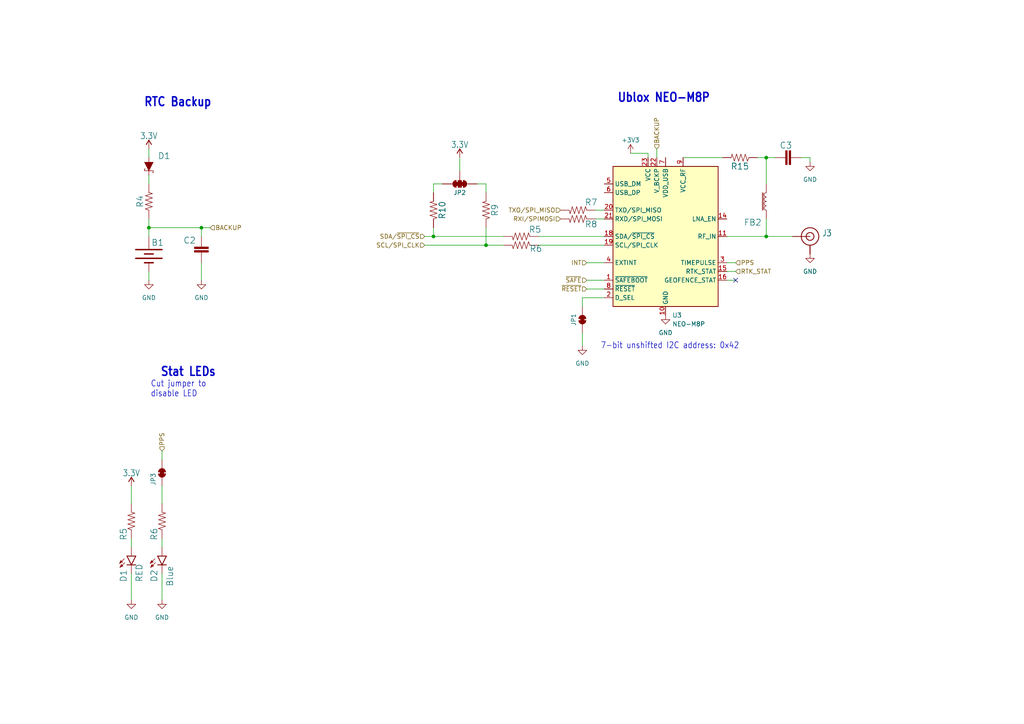
<source format=kicad_sch>
(kicad_sch (version 20230121) (generator eeschema)

  (uuid 5c33b4ec-02aa-4d6c-bcf3-cb2b50faa18f)

  (paper "A4")

  (lib_symbols
    (symbol "Jumper:SolderJumper_2_Bridged" (pin_numbers hide) (pin_names (offset 0) hide) (in_bom yes) (on_board yes)
      (property "Reference" "JP" (at 0 2.032 0)
        (effects (font (size 1.27 1.27)))
      )
      (property "Value" "SolderJumper_2_Bridged" (at 0 -2.54 0)
        (effects (font (size 1.27 1.27)))
      )
      (property "Footprint" "" (at 0 0 0)
        (effects (font (size 1.27 1.27)) hide)
      )
      (property "Datasheet" "~" (at 0 0 0)
        (effects (font (size 1.27 1.27)) hide)
      )
      (property "ki_keywords" "solder jumper SPST" (at 0 0 0)
        (effects (font (size 1.27 1.27)) hide)
      )
      (property "ki_description" "Solder Jumper, 2-pole, closed/bridged" (at 0 0 0)
        (effects (font (size 1.27 1.27)) hide)
      )
      (property "ki_fp_filters" "SolderJumper*Bridged*" (at 0 0 0)
        (effects (font (size 1.27 1.27)) hide)
      )
      (symbol "SolderJumper_2_Bridged_0_1"
        (rectangle (start -0.508 0.508) (end 0.508 -0.508)
          (stroke (width 0) (type default))
          (fill (type outline))
        )
        (arc (start -0.254 1.016) (mid -1.2656 0) (end -0.254 -1.016)
          (stroke (width 0) (type default))
          (fill (type none))
        )
        (arc (start -0.254 1.016) (mid -1.2656 0) (end -0.254 -1.016)
          (stroke (width 0) (type default))
          (fill (type outline))
        )
        (polyline
          (pts
            (xy -0.254 1.016)
            (xy -0.254 -1.016)
          )
          (stroke (width 0) (type default))
          (fill (type none))
        )
        (polyline
          (pts
            (xy 0.254 1.016)
            (xy 0.254 -1.016)
          )
          (stroke (width 0) (type default))
          (fill (type none))
        )
        (arc (start 0.254 -1.016) (mid 1.2656 0) (end 0.254 1.016)
          (stroke (width 0) (type default))
          (fill (type none))
        )
        (arc (start 0.254 -1.016) (mid 1.2656 0) (end 0.254 1.016)
          (stroke (width 0) (type default))
          (fill (type outline))
        )
      )
      (symbol "SolderJumper_2_Bridged_1_1"
        (pin passive line (at -3.81 0 0) (length 2.54)
          (name "A" (effects (font (size 1.27 1.27))))
          (number "1" (effects (font (size 1.27 1.27))))
        )
        (pin passive line (at 3.81 0 180) (length 2.54)
          (name "B" (effects (font (size 1.27 1.27))))
          (number "2" (effects (font (size 1.27 1.27))))
        )
      )
    )
    (symbol "Jumper:SolderJumper_3_Bridged123" (pin_numbers hide) (pin_names (offset 0) hide) (in_bom yes) (on_board yes)
      (property "Reference" "JP" (at -2.54 -2.54 0)
        (effects (font (size 1.27 1.27)))
      )
      (property "Value" "SolderJumper_3_Bridged123" (at 0 2.794 0)
        (effects (font (size 1.27 1.27)))
      )
      (property "Footprint" "" (at 0 0 0)
        (effects (font (size 1.27 1.27)) hide)
      )
      (property "Datasheet" "~" (at 0 0 0)
        (effects (font (size 1.27 1.27)) hide)
      )
      (property "ki_keywords" "Solder Jumper SPDT" (at 0 0 0)
        (effects (font (size 1.27 1.27)) hide)
      )
      (property "ki_description" "Solder Jumper, 3-pole, pins 1+2+3 closed/bridged" (at 0 0 0)
        (effects (font (size 1.27 1.27)) hide)
      )
      (property "ki_fp_filters" "SolderJumper*Bridged123*" (at 0 0 0)
        (effects (font (size 1.27 1.27)) hide)
      )
      (symbol "SolderJumper_3_Bridged123_0_1"
        (rectangle (start -1.016 0.508) (end -0.508 -0.508)
          (stroke (width 0) (type default))
          (fill (type outline))
        )
        (arc (start -1.016 1.016) (mid -2.0276 0) (end -1.016 -1.016)
          (stroke (width 0) (type default))
          (fill (type none))
        )
        (arc (start -1.016 1.016) (mid -2.0276 0) (end -1.016 -1.016)
          (stroke (width 0) (type default))
          (fill (type outline))
        )
        (rectangle (start -0.508 1.016) (end 0.508 -1.016)
          (stroke (width 0) (type default))
          (fill (type outline))
        )
        (polyline
          (pts
            (xy -2.54 0)
            (xy -2.032 0)
          )
          (stroke (width 0) (type default))
          (fill (type none))
        )
        (polyline
          (pts
            (xy -1.016 1.016)
            (xy -1.016 -1.016)
          )
          (stroke (width 0) (type default))
          (fill (type none))
        )
        (polyline
          (pts
            (xy 0 -1.27)
            (xy 0 -1.016)
          )
          (stroke (width 0) (type default))
          (fill (type none))
        )
        (polyline
          (pts
            (xy 1.016 1.016)
            (xy 1.016 -1.016)
          )
          (stroke (width 0) (type default))
          (fill (type none))
        )
        (polyline
          (pts
            (xy 2.54 0)
            (xy 2.032 0)
          )
          (stroke (width 0) (type default))
          (fill (type none))
        )
        (rectangle (start 0.508 0.508) (end 1.016 -0.508)
          (stroke (width 0) (type default))
          (fill (type outline))
        )
        (arc (start 1.016 -1.016) (mid 2.0276 0) (end 1.016 1.016)
          (stroke (width 0) (type default))
          (fill (type none))
        )
        (arc (start 1.016 -1.016) (mid 2.0276 0) (end 1.016 1.016)
          (stroke (width 0) (type default))
          (fill (type outline))
        )
      )
      (symbol "SolderJumper_3_Bridged123_1_1"
        (pin passive line (at -5.08 0 0) (length 2.54)
          (name "A" (effects (font (size 1.27 1.27))))
          (number "1" (effects (font (size 1.27 1.27))))
        )
        (pin passive line (at 0 -3.81 90) (length 2.54)
          (name "C" (effects (font (size 1.27 1.27))))
          (number "2" (effects (font (size 1.27 1.27))))
        )
        (pin passive line (at 5.08 0 180) (length 2.54)
          (name "B" (effects (font (size 1.27 1.27))))
          (number "3" (effects (font (size 1.27 1.27))))
        )
      )
    )
    (symbol "Qwiic GPS-RTK - ublox NEO-M8P-eagle-import:1.0UF-0603-16V-10%" (in_bom yes) (on_board yes)
      (property "Reference" "C" (at 1.524 2.921 0)
        (effects (font (size 1.778 1.778)) (justify left bottom))
      )
      (property "Value" "" (at 1.524 -2.159 0)
        (effects (font (size 1.778 1.778)) (justify left bottom))
      )
      (property "Footprint" "Qwiic GPS-RTK - ublox NEO-M8P:0603" (at 0 0 0)
        (effects (font (size 1.27 1.27)) hide)
      )
      (property "Datasheet" "" (at 0 0 0)
        (effects (font (size 1.27 1.27)) hide)
      )
      (property "ki_locked" "" (at 0 0 0)
        (effects (font (size 1.27 1.27)))
      )
      (symbol "1.0UF-0603-16V-10%_1_0"
        (rectangle (start -2.032 0.508) (end 2.032 1.016)
          (stroke (width 0) (type default))
          (fill (type outline))
        )
        (rectangle (start -2.032 1.524) (end 2.032 2.032)
          (stroke (width 0) (type default))
          (fill (type outline))
        )
        (polyline
          (pts
            (xy 0 0)
            (xy 0 0.508)
          )
          (stroke (width 0.1524) (type solid))
          (fill (type none))
        )
        (polyline
          (pts
            (xy 0 2.54)
            (xy 0 2.032)
          )
          (stroke (width 0.1524) (type solid))
          (fill (type none))
        )
        (pin passive line (at 0 5.08 270) (length 2.54)
          (name "1" (effects (font (size 0 0))))
          (number "1" (effects (font (size 0 0))))
        )
        (pin passive line (at 0 -2.54 90) (length 2.54)
          (name "2" (effects (font (size 0 0))))
          (number "2" (effects (font (size 0 0))))
        )
      )
    )
    (symbol "Qwiic GPS-RTK - ublox NEO-M8P-eagle-import:10OHM-0603-1/10W-1%" (in_bom yes) (on_board yes)
      (property "Reference" "R" (at 0 1.524 0)
        (effects (font (size 1.778 1.778)) (justify bottom))
      )
      (property "Value" "" (at 0 -1.524 0)
        (effects (font (size 1.778 1.778)) (justify top))
      )
      (property "Footprint" "Qwiic GPS-RTK - ublox NEO-M8P:0603" (at 0 0 0)
        (effects (font (size 1.27 1.27)) hide)
      )
      (property "Datasheet" "" (at 0 0 0)
        (effects (font (size 1.27 1.27)) hide)
      )
      (property "ki_locked" "" (at 0 0 0)
        (effects (font (size 1.27 1.27)))
      )
      (symbol "10OHM-0603-1/10W-1%_1_0"
        (polyline
          (pts
            (xy -2.54 0)
            (xy -2.159 1.016)
          )
          (stroke (width 0.1524) (type solid))
          (fill (type none))
        )
        (polyline
          (pts
            (xy -2.159 1.016)
            (xy -1.524 -1.016)
          )
          (stroke (width 0.1524) (type solid))
          (fill (type none))
        )
        (polyline
          (pts
            (xy -1.524 -1.016)
            (xy -0.889 1.016)
          )
          (stroke (width 0.1524) (type solid))
          (fill (type none))
        )
        (polyline
          (pts
            (xy -0.889 1.016)
            (xy -0.254 -1.016)
          )
          (stroke (width 0.1524) (type solid))
          (fill (type none))
        )
        (polyline
          (pts
            (xy -0.254 -1.016)
            (xy 0.381 1.016)
          )
          (stroke (width 0.1524) (type solid))
          (fill (type none))
        )
        (polyline
          (pts
            (xy 0.381 1.016)
            (xy 1.016 -1.016)
          )
          (stroke (width 0.1524) (type solid))
          (fill (type none))
        )
        (polyline
          (pts
            (xy 1.016 -1.016)
            (xy 1.651 1.016)
          )
          (stroke (width 0.1524) (type solid))
          (fill (type none))
        )
        (polyline
          (pts
            (xy 1.651 1.016)
            (xy 2.286 -1.016)
          )
          (stroke (width 0.1524) (type solid))
          (fill (type none))
        )
        (polyline
          (pts
            (xy 2.286 -1.016)
            (xy 2.54 0)
          )
          (stroke (width 0.1524) (type solid))
          (fill (type none))
        )
        (pin passive line (at -5.08 0 0) (length 2.54)
          (name "1" (effects (font (size 0 0))))
          (number "1" (effects (font (size 0 0))))
        )
        (pin passive line (at 5.08 0 180) (length 2.54)
          (name "2" (effects (font (size 0 0))))
          (number "2" (effects (font (size 0 0))))
        )
      )
    )
    (symbol "Qwiic GPS-RTK - ublox NEO-M8P-eagle-import:1KOHM-0603-1/10W-1%" (in_bom yes) (on_board yes)
      (property "Reference" "R" (at 0 1.524 0)
        (effects (font (size 1.778 1.778)) (justify bottom))
      )
      (property "Value" "" (at 0 -1.524 0)
        (effects (font (size 1.778 1.778)) (justify top))
      )
      (property "Footprint" "Qwiic GPS-RTK - ublox NEO-M8P:0603" (at 0 0 0)
        (effects (font (size 1.27 1.27)) hide)
      )
      (property "Datasheet" "" (at 0 0 0)
        (effects (font (size 1.27 1.27)) hide)
      )
      (property "ki_locked" "" (at 0 0 0)
        (effects (font (size 1.27 1.27)))
      )
      (symbol "1KOHM-0603-1/10W-1%_1_0"
        (polyline
          (pts
            (xy -2.54 0)
            (xy -2.159 1.016)
          )
          (stroke (width 0.1524) (type solid))
          (fill (type none))
        )
        (polyline
          (pts
            (xy -2.159 1.016)
            (xy -1.524 -1.016)
          )
          (stroke (width 0.1524) (type solid))
          (fill (type none))
        )
        (polyline
          (pts
            (xy -1.524 -1.016)
            (xy -0.889 1.016)
          )
          (stroke (width 0.1524) (type solid))
          (fill (type none))
        )
        (polyline
          (pts
            (xy -0.889 1.016)
            (xy -0.254 -1.016)
          )
          (stroke (width 0.1524) (type solid))
          (fill (type none))
        )
        (polyline
          (pts
            (xy -0.254 -1.016)
            (xy 0.381 1.016)
          )
          (stroke (width 0.1524) (type solid))
          (fill (type none))
        )
        (polyline
          (pts
            (xy 0.381 1.016)
            (xy 1.016 -1.016)
          )
          (stroke (width 0.1524) (type solid))
          (fill (type none))
        )
        (polyline
          (pts
            (xy 1.016 -1.016)
            (xy 1.651 1.016)
          )
          (stroke (width 0.1524) (type solid))
          (fill (type none))
        )
        (polyline
          (pts
            (xy 1.651 1.016)
            (xy 2.286 -1.016)
          )
          (stroke (width 0.1524) (type solid))
          (fill (type none))
        )
        (polyline
          (pts
            (xy 2.286 -1.016)
            (xy 2.54 0)
          )
          (stroke (width 0.1524) (type solid))
          (fill (type none))
        )
        (pin passive line (at -5.08 0 0) (length 2.54)
          (name "1" (effects (font (size 0 0))))
          (number "1" (effects (font (size 0 0))))
        )
        (pin passive line (at 5.08 0 180) (length 2.54)
          (name "2" (effects (font (size 0 0))))
          (number "2" (effects (font (size 0 0))))
        )
      )
    )
    (symbol "Qwiic GPS-RTK - ublox NEO-M8P-eagle-import:2.2KOHM-0603-1/10W-1%" (in_bom yes) (on_board yes)
      (property "Reference" "R" (at 0 1.524 0)
        (effects (font (size 1.778 1.778)) (justify bottom))
      )
      (property "Value" "" (at 0 -1.524 0)
        (effects (font (size 1.778 1.778)) (justify top))
      )
      (property "Footprint" "Qwiic GPS-RTK - ublox NEO-M8P:0603" (at 0 0 0)
        (effects (font (size 1.27 1.27)) hide)
      )
      (property "Datasheet" "" (at 0 0 0)
        (effects (font (size 1.27 1.27)) hide)
      )
      (property "ki_locked" "" (at 0 0 0)
        (effects (font (size 1.27 1.27)))
      )
      (symbol "2.2KOHM-0603-1/10W-1%_1_0"
        (polyline
          (pts
            (xy -2.54 0)
            (xy -2.159 1.016)
          )
          (stroke (width 0.1524) (type solid))
          (fill (type none))
        )
        (polyline
          (pts
            (xy -2.159 1.016)
            (xy -1.524 -1.016)
          )
          (stroke (width 0.1524) (type solid))
          (fill (type none))
        )
        (polyline
          (pts
            (xy -1.524 -1.016)
            (xy -0.889 1.016)
          )
          (stroke (width 0.1524) (type solid))
          (fill (type none))
        )
        (polyline
          (pts
            (xy -0.889 1.016)
            (xy -0.254 -1.016)
          )
          (stroke (width 0.1524) (type solid))
          (fill (type none))
        )
        (polyline
          (pts
            (xy -0.254 -1.016)
            (xy 0.381 1.016)
          )
          (stroke (width 0.1524) (type solid))
          (fill (type none))
        )
        (polyline
          (pts
            (xy 0.381 1.016)
            (xy 1.016 -1.016)
          )
          (stroke (width 0.1524) (type solid))
          (fill (type none))
        )
        (polyline
          (pts
            (xy 1.016 -1.016)
            (xy 1.651 1.016)
          )
          (stroke (width 0.1524) (type solid))
          (fill (type none))
        )
        (polyline
          (pts
            (xy 1.651 1.016)
            (xy 2.286 -1.016)
          )
          (stroke (width 0.1524) (type solid))
          (fill (type none))
        )
        (polyline
          (pts
            (xy 2.286 -1.016)
            (xy 2.54 0)
          )
          (stroke (width 0.1524) (type solid))
          (fill (type none))
        )
        (pin passive line (at -5.08 0 0) (length 2.54)
          (name "1" (effects (font (size 0 0))))
          (number "1" (effects (font (size 0 0))))
        )
        (pin passive line (at 5.08 0 180) (length 2.54)
          (name "2" (effects (font (size 0 0))))
          (number "2" (effects (font (size 0 0))))
        )
      )
    )
    (symbol "Qwiic GPS-RTK - ublox NEO-M8P-eagle-import:3.3V" (power) (in_bom yes) (on_board yes)
      (property "Reference" "#SUPPLY" (at 0 0 0)
        (effects (font (size 1.27 1.27)) hide)
      )
      (property "Value" "3.3V" (at 0 2.794 0)
        (effects (font (size 1.778 1.5113)) (justify bottom))
      )
      (property "Footprint" "" (at 0 0 0)
        (effects (font (size 1.27 1.27)) hide)
      )
      (property "Datasheet" "" (at 0 0 0)
        (effects (font (size 1.27 1.27)) hide)
      )
      (property "ki_locked" "" (at 0 0 0)
        (effects (font (size 1.27 1.27)))
      )
      (symbol "3.3V_1_0"
        (polyline
          (pts
            (xy 0 2.54)
            (xy -0.762 1.27)
          )
          (stroke (width 0.254) (type solid))
          (fill (type none))
        )
        (polyline
          (pts
            (xy 0.762 1.27)
            (xy 0 2.54)
          )
          (stroke (width 0.254) (type solid))
          (fill (type none))
        )
        (pin power_in line (at 0 0 90) (length 2.54)
          (name "3.3V" (effects (font (size 0 0))))
          (number "1" (effects (font (size 0 0))))
        )
      )
    )
    (symbol "Qwiic GPS-RTK - ublox NEO-M8P-eagle-import:33OHM-0603-1/10W-1%" (in_bom yes) (on_board yes)
      (property "Reference" "R" (at 0 1.524 0)
        (effects (font (size 1.778 1.778)) (justify bottom))
      )
      (property "Value" "" (at 0 -1.524 0)
        (effects (font (size 1.778 1.778)) (justify top))
      )
      (property "Footprint" "Qwiic GPS-RTK - ublox NEO-M8P:0603" (at 0 0 0)
        (effects (font (size 1.27 1.27)) hide)
      )
      (property "Datasheet" "" (at 0 0 0)
        (effects (font (size 1.27 1.27)) hide)
      )
      (property "ki_locked" "" (at 0 0 0)
        (effects (font (size 1.27 1.27)))
      )
      (symbol "33OHM-0603-1/10W-1%_1_0"
        (polyline
          (pts
            (xy -2.54 0)
            (xy -2.159 1.016)
          )
          (stroke (width 0.1524) (type solid))
          (fill (type none))
        )
        (polyline
          (pts
            (xy -2.159 1.016)
            (xy -1.524 -1.016)
          )
          (stroke (width 0.1524) (type solid))
          (fill (type none))
        )
        (polyline
          (pts
            (xy -1.524 -1.016)
            (xy -0.889 1.016)
          )
          (stroke (width 0.1524) (type solid))
          (fill (type none))
        )
        (polyline
          (pts
            (xy -0.889 1.016)
            (xy -0.254 -1.016)
          )
          (stroke (width 0.1524) (type solid))
          (fill (type none))
        )
        (polyline
          (pts
            (xy -0.254 -1.016)
            (xy 0.381 1.016)
          )
          (stroke (width 0.1524) (type solid))
          (fill (type none))
        )
        (polyline
          (pts
            (xy 0.381 1.016)
            (xy 1.016 -1.016)
          )
          (stroke (width 0.1524) (type solid))
          (fill (type none))
        )
        (polyline
          (pts
            (xy 1.016 -1.016)
            (xy 1.651 1.016)
          )
          (stroke (width 0.1524) (type solid))
          (fill (type none))
        )
        (polyline
          (pts
            (xy 1.651 1.016)
            (xy 2.286 -1.016)
          )
          (stroke (width 0.1524) (type solid))
          (fill (type none))
        )
        (polyline
          (pts
            (xy 2.286 -1.016)
            (xy 2.54 0)
          )
          (stroke (width 0.1524) (type solid))
          (fill (type none))
        )
        (pin passive line (at -5.08 0 0) (length 2.54)
          (name "1" (effects (font (size 0 0))))
          (number "1" (effects (font (size 0 0))))
        )
        (pin passive line (at 5.08 0 180) (length 2.54)
          (name "2" (effects (font (size 0 0))))
          (number "2" (effects (font (size 0 0))))
        )
      )
    )
    (symbol "Qwiic GPS-RTK - ublox NEO-M8P-eagle-import:47PF-0603-50V-5%" (in_bom yes) (on_board yes)
      (property "Reference" "C" (at 1.524 2.921 0)
        (effects (font (size 1.778 1.778)) (justify left bottom))
      )
      (property "Value" "" (at 1.524 -2.159 0)
        (effects (font (size 1.778 1.778)) (justify left bottom))
      )
      (property "Footprint" "Qwiic GPS-RTK - ublox NEO-M8P:0603" (at 0 0 0)
        (effects (font (size 1.27 1.27)) hide)
      )
      (property "Datasheet" "" (at 0 0 0)
        (effects (font (size 1.27 1.27)) hide)
      )
      (property "ki_locked" "" (at 0 0 0)
        (effects (font (size 1.27 1.27)))
      )
      (symbol "47PF-0603-50V-5%_1_0"
        (rectangle (start -2.032 0.508) (end 2.032 1.016)
          (stroke (width 0) (type default))
          (fill (type outline))
        )
        (rectangle (start -2.032 1.524) (end 2.032 2.032)
          (stroke (width 0) (type default))
          (fill (type outline))
        )
        (polyline
          (pts
            (xy 0 0)
            (xy 0 0.508)
          )
          (stroke (width 0.1524) (type solid))
          (fill (type none))
        )
        (polyline
          (pts
            (xy 0 2.54)
            (xy 0 2.032)
          )
          (stroke (width 0.1524) (type solid))
          (fill (type none))
        )
        (pin passive line (at 0 5.08 270) (length 2.54)
          (name "1" (effects (font (size 0 0))))
          (number "1" (effects (font (size 0 0))))
        )
        (pin passive line (at 0 -2.54 90) (length 2.54)
          (name "2" (effects (font (size 0 0))))
          (number "2" (effects (font (size 0 0))))
        )
      )
    )
    (symbol "Qwiic GPS-RTK - ublox NEO-M8P-eagle-import:BATTERY-6.8MM_SMD" (in_bom yes) (on_board yes)
      (property "Reference" "BT" (at 0 4.318 0)
        (effects (font (size 1.778 1.778)) (justify bottom))
      )
      (property "Value" "" (at 0 -4.318 0)
        (effects (font (size 1.778 1.778)) (justify top))
      )
      (property "Footprint" "Qwiic GPS-RTK - ublox NEO-M8P:BATTCON-6.8MM" (at 0 0 0)
        (effects (font (size 1.27 1.27)) hide)
      )
      (property "Datasheet" "" (at 0 0 0)
        (effects (font (size 1.27 1.27)) hide)
      )
      (property "ki_locked" "" (at 0 0 0)
        (effects (font (size 1.27 1.27)))
      )
      (symbol "BATTERY-6.8MM_SMD_1_0"
        (polyline
          (pts
            (xy -2.54 0)
            (xy -1.524 0)
          )
          (stroke (width 0.1524) (type solid))
          (fill (type none))
        )
        (polyline
          (pts
            (xy -1.27 3.81)
            (xy -1.27 -3.81)
          )
          (stroke (width 0.4064) (type solid))
          (fill (type none))
        )
        (polyline
          (pts
            (xy 0 1.27)
            (xy 0 -1.27)
          )
          (stroke (width 0.4064) (type solid))
          (fill (type none))
        )
        (polyline
          (pts
            (xy 1.27 3.81)
            (xy 1.27 -3.81)
          )
          (stroke (width 0.4064) (type solid))
          (fill (type none))
        )
        (polyline
          (pts
            (xy 2.54 1.27)
            (xy 2.54 -1.27)
          )
          (stroke (width 0.4064) (type solid))
          (fill (type none))
        )
        (pin power_in line (at -5.08 0 0) (length 2.54)
          (name "+" (effects (font (size 0 0))))
          (number "+" (effects (font (size 0 0))))
        )
        (pin power_in line (at 5.08 0 180) (length 2.54)
          (name "-" (effects (font (size 0 0))))
          (number "-" (effects (font (size 0 0))))
        )
      )
    )
    (symbol "Qwiic GPS-RTK - ublox NEO-M8P-eagle-import:DIODE-SCHOTTKY-PMEG4005EJ" (in_bom yes) (on_board yes)
      (property "Reference" "D" (at -2.54 2.032 0)
        (effects (font (size 1.778 1.778)) (justify left bottom))
      )
      (property "Value" "" (at -2.54 -2.032 0)
        (effects (font (size 1.778 1.778)) (justify left top))
      )
      (property "Footprint" "Qwiic GPS-RTK - ublox NEO-M8P:SOD-323" (at 0 0 0)
        (effects (font (size 1.27 1.27)) hide)
      )
      (property "Datasheet" "" (at 0 0 0)
        (effects (font (size 1.27 1.27)) hide)
      )
      (property "ki_locked" "" (at 0 0 0)
        (effects (font (size 1.27 1.27)))
      )
      (symbol "DIODE-SCHOTTKY-PMEG4005EJ_1_0"
        (polyline
          (pts
            (xy -2.54 0)
            (xy -1.27 0)
          )
          (stroke (width 0.1524) (type solid))
          (fill (type none))
        )
        (polyline
          (pts
            (xy 0.762 -1.27)
            (xy 0.762 -1.016)
          )
          (stroke (width 0.1524) (type solid))
          (fill (type none))
        )
        (polyline
          (pts
            (xy 1.27 -1.27)
            (xy 0.762 -1.27)
          )
          (stroke (width 0.1524) (type solid))
          (fill (type none))
        )
        (polyline
          (pts
            (xy 1.27 0)
            (xy 1.27 -1.27)
          )
          (stroke (width 0.1524) (type solid))
          (fill (type none))
        )
        (polyline
          (pts
            (xy 1.27 1.27)
            (xy 1.27 0)
          )
          (stroke (width 0.1524) (type solid))
          (fill (type none))
        )
        (polyline
          (pts
            (xy 1.27 1.27)
            (xy 1.778 1.27)
          )
          (stroke (width 0.1524) (type solid))
          (fill (type none))
        )
        (polyline
          (pts
            (xy 1.778 1.27)
            (xy 1.778 1.016)
          )
          (stroke (width 0.1524) (type solid))
          (fill (type none))
        )
        (polyline
          (pts
            (xy 2.54 0)
            (xy 1.27 0)
          )
          (stroke (width 0.1524) (type solid))
          (fill (type none))
        )
        (polyline
          (pts
            (xy -1.27 1.27)
            (xy 1.27 0)
            (xy -1.27 -1.27)
          )
          (stroke (width 0.1524) (type solid))
          (fill (type outline))
        )
        (pin passive line (at -2.54 0 0) (length 0)
          (name "A" (effects (font (size 0 0))))
          (number "A" (effects (font (size 0 0))))
        )
        (pin passive line (at 2.54 0 180) (length 0)
          (name "C" (effects (font (size 0 0))))
          (number "C" (effects (font (size 0 0))))
        )
      )
    )
    (symbol "Qwiic GPS-RTK - ublox NEO-M8P-eagle-import:FERRITE_BEAD-0603" (in_bom yes) (on_board yes)
      (property "Reference" "FB" (at 1.27 2.54 0)
        (effects (font (size 1.778 1.778)) (justify left bottom))
      )
      (property "Value" "" (at 1.27 -2.54 0)
        (effects (font (size 1.778 1.778)) (justify left top))
      )
      (property "Footprint" "Qwiic GPS-RTK - ublox NEO-M8P:0603" (at 0 0 0)
        (effects (font (size 1.27 1.27)) hide)
      )
      (property "Datasheet" "" (at 0 0 0)
        (effects (font (size 1.27 1.27)) hide)
      )
      (property "ki_locked" "" (at 0 0 0)
        (effects (font (size 1.27 1.27)))
      )
      (symbol "FERRITE_BEAD-0603_1_0"
        (arc (start 0 -2.54) (mid 0.6323 -1.905) (end 0 -1.27)
          (stroke (width 0.1524) (type solid))
          (fill (type none))
        )
        (arc (start 0 -1.27) (mid 0.6323 -0.635) (end 0 0)
          (stroke (width 0.1524) (type solid))
          (fill (type none))
        )
        (polyline
          (pts
            (xy 0.889 2.54)
            (xy 0.889 -2.54)
          )
          (stroke (width 0.1524) (type solid))
          (fill (type none))
        )
        (polyline
          (pts
            (xy 1.143 2.54)
            (xy 1.143 -2.54)
          )
          (stroke (width 0.1524) (type solid))
          (fill (type none))
        )
        (arc (start 0 0) (mid 0.6323 0.635) (end 0 1.27)
          (stroke (width 0.1524) (type solid))
          (fill (type none))
        )
        (arc (start 0 1.27) (mid 0.6323 1.905) (end 0 2.54)
          (stroke (width 0.1524) (type solid))
          (fill (type none))
        )
        (pin passive line (at 0 5.08 270) (length 2.54)
          (name "1" (effects (font (size 0 0))))
          (number "1" (effects (font (size 0 0))))
        )
        (pin passive line (at 0 -5.08 90) (length 2.54)
          (name "2" (effects (font (size 0 0))))
          (number "2" (effects (font (size 0 0))))
        )
      )
    )
    (symbol "Qwiic GPS-RTK - ublox NEO-M8P-eagle-import:LED-RED0603" (in_bom yes) (on_board yes)
      (property "Reference" "D" (at -3.429 -4.572 90)
        (effects (font (size 1.778 1.778)) (justify left bottom))
      )
      (property "Value" "" (at 1.905 -4.572 90)
        (effects (font (size 1.778 1.778)) (justify left top))
      )
      (property "Footprint" "Qwiic GPS-RTK - ublox NEO-M8P:LED-0603" (at 0 0 0)
        (effects (font (size 1.27 1.27)) hide)
      )
      (property "Datasheet" "" (at 0 0 0)
        (effects (font (size 1.27 1.27)) hide)
      )
      (property "ki_locked" "" (at 0 0 0)
        (effects (font (size 1.27 1.27)))
      )
      (symbol "LED-RED0603_1_0"
        (polyline
          (pts
            (xy -2.032 -0.762)
            (xy -3.429 -2.159)
          )
          (stroke (width 0.1524) (type solid))
          (fill (type none))
        )
        (polyline
          (pts
            (xy -1.905 -1.905)
            (xy -3.302 -3.302)
          )
          (stroke (width 0.1524) (type solid))
          (fill (type none))
        )
        (polyline
          (pts
            (xy 0 -2.54)
            (xy -1.27 -2.54)
          )
          (stroke (width 0.254) (type solid))
          (fill (type none))
        )
        (polyline
          (pts
            (xy 0 -2.54)
            (xy -1.27 0)
          )
          (stroke (width 0.254) (type solid))
          (fill (type none))
        )
        (polyline
          (pts
            (xy 1.27 -2.54)
            (xy 0 -2.54)
          )
          (stroke (width 0.254) (type solid))
          (fill (type none))
        )
        (polyline
          (pts
            (xy 1.27 0)
            (xy -1.27 0)
          )
          (stroke (width 0.254) (type solid))
          (fill (type none))
        )
        (polyline
          (pts
            (xy 1.27 0)
            (xy 0 -2.54)
          )
          (stroke (width 0.254) (type solid))
          (fill (type none))
        )
        (polyline
          (pts
            (xy -3.429 -2.159)
            (xy -3.048 -1.27)
            (xy -2.54 -1.778)
          )
          (stroke (width 0.1524) (type solid))
          (fill (type outline))
        )
        (polyline
          (pts
            (xy -3.302 -3.302)
            (xy -2.921 -2.413)
            (xy -2.413 -2.921)
          )
          (stroke (width 0.1524) (type solid))
          (fill (type outline))
        )
        (pin passive line (at 0 2.54 270) (length 2.54)
          (name "A" (effects (font (size 0 0))))
          (number "A" (effects (font (size 0 0))))
        )
        (pin passive line (at 0 -5.08 90) (length 2.54)
          (name "C" (effects (font (size 0 0))))
          (number "C" (effects (font (size 0 0))))
        )
      )
    )
    (symbol "Qwiic GPS-RTK - ublox NEO-M8P-eagle-import:LED-YELLOW0603" (in_bom yes) (on_board yes)
      (property "Reference" "D" (at -3.429 -4.572 90)
        (effects (font (size 1.778 1.778)) (justify left bottom))
      )
      (property "Value" "" (at 1.905 -4.572 90)
        (effects (font (size 1.778 1.778)) (justify left top))
      )
      (property "Footprint" "Qwiic GPS-RTK - ublox NEO-M8P:LED-0603" (at 0 0 0)
        (effects (font (size 1.27 1.27)) hide)
      )
      (property "Datasheet" "" (at 0 0 0)
        (effects (font (size 1.27 1.27)) hide)
      )
      (property "ki_locked" "" (at 0 0 0)
        (effects (font (size 1.27 1.27)))
      )
      (symbol "LED-YELLOW0603_1_0"
        (polyline
          (pts
            (xy -2.032 -0.762)
            (xy -3.429 -2.159)
          )
          (stroke (width 0.1524) (type solid))
          (fill (type none))
        )
        (polyline
          (pts
            (xy -1.905 -1.905)
            (xy -3.302 -3.302)
          )
          (stroke (width 0.1524) (type solid))
          (fill (type none))
        )
        (polyline
          (pts
            (xy 0 -2.54)
            (xy -1.27 -2.54)
          )
          (stroke (width 0.254) (type solid))
          (fill (type none))
        )
        (polyline
          (pts
            (xy 0 -2.54)
            (xy -1.27 0)
          )
          (stroke (width 0.254) (type solid))
          (fill (type none))
        )
        (polyline
          (pts
            (xy 1.27 -2.54)
            (xy 0 -2.54)
          )
          (stroke (width 0.254) (type solid))
          (fill (type none))
        )
        (polyline
          (pts
            (xy 1.27 0)
            (xy -1.27 0)
          )
          (stroke (width 0.254) (type solid))
          (fill (type none))
        )
        (polyline
          (pts
            (xy 1.27 0)
            (xy 0 -2.54)
          )
          (stroke (width 0.254) (type solid))
          (fill (type none))
        )
        (polyline
          (pts
            (xy -3.429 -2.159)
            (xy -3.048 -1.27)
            (xy -2.54 -1.778)
          )
          (stroke (width 0.1524) (type solid))
          (fill (type outline))
        )
        (polyline
          (pts
            (xy -3.302 -3.302)
            (xy -2.921 -2.413)
            (xy -2.413 -2.921)
          )
          (stroke (width 0.1524) (type solid))
          (fill (type outline))
        )
        (pin passive line (at 0 2.54 270) (length 2.54)
          (name "A" (effects (font (size 0 0))))
          (number "A" (effects (font (size 0 0))))
        )
        (pin passive line (at 0 -5.08 90) (length 2.54)
          (name "C" (effects (font (size 0 0))))
          (number "C" (effects (font (size 0 0))))
        )
      )
    )
    (symbol "Qwiic GPS-RTK - ublox NEO-M8P-eagle-import:U.FL2PIN" (in_bom yes) (on_board yes)
      (property "Reference" "J" (at 2.54 -5.08 0)
        (effects (font (size 1.778 1.5113)) (justify left bottom))
      )
      (property "Value" "" (at 2.54 -7.62 0)
        (effects (font (size 1.778 1.5113)) (justify left bottom) hide)
      )
      (property "Footprint" "Qwiic GPS-RTK - ublox NEO-M8P:U.FL" (at 0 0 0)
        (effects (font (size 1.27 1.27)) hide)
      )
      (property "Datasheet" "" (at 0 0 0)
        (effects (font (size 1.27 1.27)) hide)
      )
      (property "ki_locked" "" (at 0 0 0)
        (effects (font (size 1.27 1.27)))
      )
      (symbol "U.FL2PIN_1_0"
        (circle (center 0 0) (radius 1.1359)
          (stroke (width 0.254) (type solid))
          (fill (type none))
        )
        (circle (center 0 0) (radius 2.54)
          (stroke (width 0.254) (type solid))
          (fill (type none))
        )
        (pin bidirectional line (at 0 -5.08 90) (length 2.54)
          (name "GND" (effects (font (size 0 0))))
          (number "1" (effects (font (size 0 0))))
        )
        (pin bidirectional line (at 0 -5.08 90) (length 2.54)
          (name "GND" (effects (font (size 0 0))))
          (number "2" (effects (font (size 0 0))))
        )
        (pin bidirectional line (at 5.08 0 180) (length 5.08)
          (name "SIGNAL" (effects (font (size 0 0))))
          (number "FEED" (effects (font (size 0 0))))
        )
      )
    )
    (symbol "RF_GPS:NEO-M8P" (in_bom yes) (on_board yes)
      (property "Reference" "U" (at -13.97 21.59 0)
        (effects (font (size 1.27 1.27)))
      )
      (property "Value" "NEO-M8P" (at 11.43 21.59 0)
        (effects (font (size 1.27 1.27)))
      )
      (property "Footprint" "RF_GPS:ublox_NEO" (at 10.16 -21.59 0)
        (effects (font (size 1.27 1.27)) hide)
      )
      (property "Datasheet" "https://content.u-blox.com/sites/default/files/NEO-M8P_DataSheet_UBX-15016656.pdf" (at 0 0 0)
        (effects (font (size 1.27 1.27)) hide)
      )
      (property "ki_keywords" "ublox GPS GNSS RTK module" (at 0 0 0)
        (effects (font (size 1.27 1.27)) hide)
      )
      (property "ki_description" "GNSS RTK Module NEO M8, VCC 2.7V to 3.6V" (at 0 0 0)
        (effects (font (size 1.27 1.27)) hide)
      )
      (property "ki_fp_filters" "ublox*NEO*" (at 0 0 0)
        (effects (font (size 1.27 1.27)) hide)
      )
      (symbol "NEO-M8P_0_1"
        (rectangle (start -15.24 20.32) (end 15.24 -20.32)
          (stroke (width 0.254) (type default))
          (fill (type background))
        )
      )
      (symbol "NEO-M8P_1_1"
        (pin input line (at -17.78 -12.7 0) (length 2.54)
          (name "~{SAFEBOOT}" (effects (font (size 1.27 1.27))))
          (number "1" (effects (font (size 1.27 1.27))))
        )
        (pin power_in line (at 0 -22.86 90) (length 2.54)
          (name "GND" (effects (font (size 1.27 1.27))))
          (number "10" (effects (font (size 1.27 1.27))))
        )
        (pin input line (at 17.78 0 180) (length 2.54)
          (name "RF_IN" (effects (font (size 1.27 1.27))))
          (number "11" (effects (font (size 1.27 1.27))))
        )
        (pin passive line (at 0 -22.86 90) (length 2.54) hide
          (name "GND" (effects (font (size 1.27 1.27))))
          (number "12" (effects (font (size 1.27 1.27))))
        )
        (pin passive line (at 0 -22.86 90) (length 2.54) hide
          (name "GND" (effects (font (size 1.27 1.27))))
          (number "13" (effects (font (size 1.27 1.27))))
        )
        (pin output line (at 17.78 5.08 180) (length 2.54)
          (name "LNA_EN" (effects (font (size 1.27 1.27))))
          (number "14" (effects (font (size 1.27 1.27))))
        )
        (pin output line (at 17.78 -10.16 180) (length 2.54)
          (name "RTK_STAT" (effects (font (size 1.27 1.27))))
          (number "15" (effects (font (size 1.27 1.27))))
        )
        (pin output line (at 17.78 -12.7 180) (length 2.54)
          (name "GEOFENCE_STAT" (effects (font (size 1.27 1.27))))
          (number "16" (effects (font (size 1.27 1.27))))
        )
        (pin no_connect line (at 15.24 -17.78 180) (length 2.54) hide
          (name "RESERVED" (effects (font (size 1.27 1.27))))
          (number "17" (effects (font (size 1.27 1.27))))
        )
        (pin bidirectional line (at -17.78 0 0) (length 2.54)
          (name "SDA/~{SPI_CS}" (effects (font (size 1.27 1.27))))
          (number "18" (effects (font (size 1.27 1.27))))
        )
        (pin input line (at -17.78 -2.54 0) (length 2.54)
          (name "SCL/SPI_CLK" (effects (font (size 1.27 1.27))))
          (number "19" (effects (font (size 1.27 1.27))))
        )
        (pin input line (at -17.78 -17.78 0) (length 2.54)
          (name "D_SEL" (effects (font (size 1.27 1.27))))
          (number "2" (effects (font (size 1.27 1.27))))
        )
        (pin output line (at -17.78 7.62 0) (length 2.54)
          (name "TXD/SPI_MISO" (effects (font (size 1.27 1.27))))
          (number "20" (effects (font (size 1.27 1.27))))
        )
        (pin input line (at -17.78 5.08 0) (length 2.54)
          (name "RXD/SPI_MOSI" (effects (font (size 1.27 1.27))))
          (number "21" (effects (font (size 1.27 1.27))))
        )
        (pin power_in line (at -2.54 22.86 270) (length 2.54)
          (name "V_BCKP" (effects (font (size 1.27 1.27))))
          (number "22" (effects (font (size 1.27 1.27))))
        )
        (pin power_in line (at -5.08 22.86 270) (length 2.54)
          (name "VCC" (effects (font (size 1.27 1.27))))
          (number "23" (effects (font (size 1.27 1.27))))
        )
        (pin passive line (at 0 -22.86 90) (length 2.54) hide
          (name "GND" (effects (font (size 1.27 1.27))))
          (number "24" (effects (font (size 1.27 1.27))))
        )
        (pin output line (at 17.78 -7.62 180) (length 2.54)
          (name "TIMEPULSE" (effects (font (size 1.27 1.27))))
          (number "3" (effects (font (size 1.27 1.27))))
        )
        (pin input line (at -17.78 -7.62 0) (length 2.54)
          (name "EXTINT" (effects (font (size 1.27 1.27))))
          (number "4" (effects (font (size 1.27 1.27))))
        )
        (pin bidirectional line (at -17.78 15.24 0) (length 2.54)
          (name "USB_DM" (effects (font (size 1.27 1.27))))
          (number "5" (effects (font (size 1.27 1.27))))
        )
        (pin bidirectional line (at -17.78 12.7 0) (length 2.54)
          (name "USB_DP" (effects (font (size 1.27 1.27))))
          (number "6" (effects (font (size 1.27 1.27))))
        )
        (pin power_in line (at 0 22.86 270) (length 2.54)
          (name "VDD_USB" (effects (font (size 1.27 1.27))))
          (number "7" (effects (font (size 1.27 1.27))))
        )
        (pin input line (at -17.78 -15.24 0) (length 2.54)
          (name "~{RESET}" (effects (font (size 1.27 1.27))))
          (number "8" (effects (font (size 1.27 1.27))))
        )
        (pin power_out line (at 5.08 22.86 270) (length 2.54)
          (name "VCC_RF" (effects (font (size 1.27 1.27))))
          (number "9" (effects (font (size 1.27 1.27))))
        )
      )
    )
    (symbol "SolderJumper_2_Bridged_1" (pin_numbers hide) (pin_names (offset 0) hide) (in_bom yes) (on_board yes)
      (property "Reference" "JP" (at 0 2.032 0)
        (effects (font (size 1.27 1.27)))
      )
      (property "Value" "SolderJumper_2_Bridged" (at 0 -2.54 0)
        (effects (font (size 1.27 1.27)))
      )
      (property "Footprint" "" (at 0 0 0)
        (effects (font (size 1.27 1.27)) hide)
      )
      (property "Datasheet" "~" (at 0 0 0)
        (effects (font (size 1.27 1.27)) hide)
      )
      (property "ki_keywords" "solder jumper SPST" (at 0 0 0)
        (effects (font (size 1.27 1.27)) hide)
      )
      (property "ki_description" "Solder Jumper, 2-pole, closed/bridged" (at 0 0 0)
        (effects (font (size 1.27 1.27)) hide)
      )
      (property "ki_fp_filters" "SolderJumper*Bridged*" (at 0 0 0)
        (effects (font (size 1.27 1.27)) hide)
      )
      (symbol "SolderJumper_2_Bridged_1_0_1"
        (rectangle (start -0.508 0.508) (end 0.508 -0.508)
          (stroke (width 0) (type default))
          (fill (type outline))
        )
        (arc (start -0.254 1.016) (mid -1.2656 0) (end -0.254 -1.016)
          (stroke (width 0) (type default))
          (fill (type none))
        )
        (arc (start -0.254 1.016) (mid -1.2656 0) (end -0.254 -1.016)
          (stroke (width 0) (type default))
          (fill (type outline))
        )
        (polyline
          (pts
            (xy -0.254 1.016)
            (xy -0.254 -1.016)
          )
          (stroke (width 0) (type default))
          (fill (type none))
        )
        (polyline
          (pts
            (xy 0.254 1.016)
            (xy 0.254 -1.016)
          )
          (stroke (width 0) (type default))
          (fill (type none))
        )
        (arc (start 0.254 -1.016) (mid 1.2656 0) (end 0.254 1.016)
          (stroke (width 0) (type default))
          (fill (type none))
        )
        (arc (start 0.254 -1.016) (mid 1.2656 0) (end 0.254 1.016)
          (stroke (width 0) (type default))
          (fill (type outline))
        )
      )
      (symbol "SolderJumper_2_Bridged_1_1_1"
        (pin passive line (at -3.81 0 0) (length 2.54)
          (name "A" (effects (font (size 1.27 1.27))))
          (number "1" (effects (font (size 1.27 1.27))))
        )
        (pin passive line (at 3.81 0 180) (length 2.54)
          (name "B" (effects (font (size 1.27 1.27))))
          (number "2" (effects (font (size 1.27 1.27))))
        )
      )
    )
    (symbol "power:+3V3" (power) (pin_names (offset 0)) (in_bom yes) (on_board yes)
      (property "Reference" "#PWR" (at 0 -3.81 0)
        (effects (font (size 1.27 1.27)) hide)
      )
      (property "Value" "+3V3" (at 0 3.556 0)
        (effects (font (size 1.27 1.27)))
      )
      (property "Footprint" "" (at 0 0 0)
        (effects (font (size 1.27 1.27)) hide)
      )
      (property "Datasheet" "" (at 0 0 0)
        (effects (font (size 1.27 1.27)) hide)
      )
      (property "ki_keywords" "global power" (at 0 0 0)
        (effects (font (size 1.27 1.27)) hide)
      )
      (property "ki_description" "Power symbol creates a global label with name \"+3V3\"" (at 0 0 0)
        (effects (font (size 1.27 1.27)) hide)
      )
      (symbol "+3V3_0_1"
        (polyline
          (pts
            (xy -0.762 1.27)
            (xy 0 2.54)
          )
          (stroke (width 0) (type default))
          (fill (type none))
        )
        (polyline
          (pts
            (xy 0 0)
            (xy 0 2.54)
          )
          (stroke (width 0) (type default))
          (fill (type none))
        )
        (polyline
          (pts
            (xy 0 2.54)
            (xy 0.762 1.27)
          )
          (stroke (width 0) (type default))
          (fill (type none))
        )
      )
      (symbol "+3V3_1_1"
        (pin power_in line (at 0 0 90) (length 0) hide
          (name "+3V3" (effects (font (size 1.27 1.27))))
          (number "1" (effects (font (size 1.27 1.27))))
        )
      )
    )
    (symbol "power:GND" (power) (pin_names (offset 0)) (in_bom yes) (on_board yes)
      (property "Reference" "#PWR" (at 0 -6.35 0)
        (effects (font (size 1.27 1.27)) hide)
      )
      (property "Value" "GND" (at 0 -3.81 0)
        (effects (font (size 1.27 1.27)))
      )
      (property "Footprint" "" (at 0 0 0)
        (effects (font (size 1.27 1.27)) hide)
      )
      (property "Datasheet" "" (at 0 0 0)
        (effects (font (size 1.27 1.27)) hide)
      )
      (property "ki_keywords" "global power" (at 0 0 0)
        (effects (font (size 1.27 1.27)) hide)
      )
      (property "ki_description" "Power symbol creates a global label with name \"GND\" , ground" (at 0 0 0)
        (effects (font (size 1.27 1.27)) hide)
      )
      (symbol "GND_0_1"
        (polyline
          (pts
            (xy 0 0)
            (xy 0 -1.27)
            (xy 1.27 -1.27)
            (xy 0 -2.54)
            (xy -1.27 -1.27)
            (xy 0 -1.27)
          )
          (stroke (width 0) (type default))
          (fill (type none))
        )
      )
      (symbol "GND_1_1"
        (pin power_in line (at 0 0 270) (length 0) hide
          (name "GND" (effects (font (size 1.27 1.27))))
          (number "1" (effects (font (size 1.27 1.27))))
        )
      )
    )
  )

  (junction (at 58.42 66.04) (diameter 0) (color 0 0 0 0)
    (uuid 0cfe30cd-c91a-4110-844d-2ee0dbd7c54c)
  )
  (junction (at 140.97 71.12) (diameter 0) (color 0 0 0 0)
    (uuid 0ed69aae-a229-4881-849f-db7abf670e7a)
  )
  (junction (at 125.73 68.58) (diameter 0) (color 0 0 0 0)
    (uuid 22525d64-4e1a-443d-b19d-1d191eb098da)
  )
  (junction (at 222.25 68.58) (diameter 0) (color 0 0 0 0)
    (uuid 95d478ad-1e02-4d67-9228-859df7b021a5)
  )
  (junction (at 222.25 45.72) (diameter 0) (color 0 0 0 0)
    (uuid a755023f-b066-4702-ad29-7cc6e6e25048)
  )
  (junction (at 43.18 66.04) (diameter 0) (color 0 0 0 0)
    (uuid febaccaa-cf02-4c5a-9a22-2cc7e14548f8)
  )

  (no_connect (at 213.36 81.28) (uuid 319bd199-a43c-4b79-ab27-7a27649b146e))

  (wire (pts (xy 222.25 63.5) (xy 222.25 68.58))
    (stroke (width 0.1524) (type solid))
    (uuid 0efd5344-a1c2-4915-926e-4a5d8cac7acd)
  )
  (wire (pts (xy 58.42 66.04) (xy 43.18 66.04))
    (stroke (width 0.1524) (type solid))
    (uuid 141eb21a-10c9-41b8-85b2-a2505ceeb191)
  )
  (wire (pts (xy 175.26 63.5) (xy 172.72 63.5))
    (stroke (width 0.1524) (type solid))
    (uuid 143a5f89-41eb-43a6-8076-c4aac7202761)
  )
  (wire (pts (xy 140.97 53.34) (xy 138.43 53.34))
    (stroke (width 0.1524) (type solid))
    (uuid 1c5dbcda-ebcb-4188-86ed-7fa3f06a8d4e)
  )
  (wire (pts (xy 140.97 66.04) (xy 140.97 71.12))
    (stroke (width 0.1524) (type solid))
    (uuid 20bc9966-6d72-454a-8a23-d61441f4c938)
  )
  (wire (pts (xy 219.71 45.72) (xy 222.25 45.72))
    (stroke (width 0.1524) (type solid))
    (uuid 228768e5-7dee-4e17-9d06-404c340e8b1c)
  )
  (wire (pts (xy 168.91 100.33) (xy 168.91 96.52))
    (stroke (width 0) (type default))
    (uuid 255e615b-7dda-40dd-aef4-f143c2f22bd1)
  )
  (wire (pts (xy 38.1 168.91) (xy 38.1 173.99))
    (stroke (width 0) (type default))
    (uuid 27fd860e-a79c-48e0-bb5b-6eac109904c3)
  )
  (wire (pts (xy 140.97 55.88) (xy 140.97 53.34))
    (stroke (width 0.1524) (type solid))
    (uuid 2906a899-084e-49f7-a3db-e1b85b18ba52)
  )
  (wire (pts (xy 170.18 81.28) (xy 175.26 81.28))
    (stroke (width 0) (type default))
    (uuid 2ed2ebc0-ed04-463e-9ff1-2753b3aebc5b)
  )
  (wire (pts (xy 210.82 81.28) (xy 213.36 81.28))
    (stroke (width 0) (type default))
    (uuid 34efc64e-1015-4af3-9685-2c96ad10bde5)
  )
  (wire (pts (xy 38.1 168.91) (xy 38.1 166.37))
    (stroke (width 0.1524) (type solid))
    (uuid 3cff64a8-fdd1-4910-80f0-d868a2a2747a)
  )
  (wire (pts (xy 168.91 88.9) (xy 168.91 86.36))
    (stroke (width 0) (type default))
    (uuid 3f7853f7-5411-48b6-a8e3-f40046e4ae9b)
  )
  (wire (pts (xy 46.99 166.37) (xy 46.99 168.91))
    (stroke (width 0.1524) (type solid))
    (uuid 471df0cd-8a23-410c-adb6-a8d9f27a1243)
  )
  (wire (pts (xy 58.42 76.2) (xy 58.42 81.28))
    (stroke (width 0.1524) (type solid))
    (uuid 4918f02c-de62-4434-9b32-08ffd09c1527)
  )
  (wire (pts (xy 46.99 133.35) (xy 46.99 130.81))
    (stroke (width 0.1524) (type solid))
    (uuid 4ca8c9b8-7d96-45bf-9ac0-878881978471)
  )
  (wire (pts (xy 43.18 63.5) (xy 43.18 66.04))
    (stroke (width 0.1524) (type solid))
    (uuid 4fcf2f29-2dfa-40d7-8ad6-a3f7dc634839)
  )
  (wire (pts (xy 210.82 78.74) (xy 213.36 78.74))
    (stroke (width 0) (type default))
    (uuid 5245a48c-26f7-4818-bd0b-e8738cab1f97)
  )
  (wire (pts (xy 146.05 68.58) (xy 125.73 68.58))
    (stroke (width 0.1524) (type solid))
    (uuid 5546d5c1-5e2b-4d2b-bd13-bde26fdae86f)
  )
  (wire (pts (xy 46.99 168.91) (xy 46.99 173.99))
    (stroke (width 0) (type default))
    (uuid 5b38e5d7-66f1-46b5-9147-e5304de26e5a)
  )
  (wire (pts (xy 170.18 83.82) (xy 175.26 83.82))
    (stroke (width 0) (type default))
    (uuid 5b94d74c-f963-479f-9f7f-4d2a23dd80c0)
  )
  (wire (pts (xy 190.5 43.18) (xy 190.5 45.72))
    (stroke (width 0) (type default))
    (uuid 5ea64c02-57d5-44d2-9969-c0358d19ea5a)
  )
  (wire (pts (xy 156.21 68.58) (xy 175.26 68.58))
    (stroke (width 0) (type default))
    (uuid 5f1d1686-e28d-4e84-ab39-37c015783619)
  )
  (wire (pts (xy 140.97 71.12) (xy 123.19 71.12))
    (stroke (width 0.1524) (type solid))
    (uuid 610c7aa0-ac94-43e7-9919-9552c40a4da2)
  )
  (wire (pts (xy 38.1 158.75) (xy 38.1 156.21))
    (stroke (width 0.1524) (type solid))
    (uuid 633d6261-39f9-4874-a0f7-ad51e31c7fec)
  )
  (wire (pts (xy 125.73 55.88) (xy 125.73 53.34))
    (stroke (width 0.1524) (type solid))
    (uuid 6551bdbf-cde0-4e75-8bff-8b8849ca7828)
  )
  (wire (pts (xy 133.35 45.72) (xy 133.35 49.53))
    (stroke (width 0.1524) (type solid))
    (uuid 6ba73b6f-fea5-4515-a544-09f4de0ddf9f)
  )
  (wire (pts (xy 232.41 45.72) (xy 234.95 45.72))
    (stroke (width 0) (type default))
    (uuid 71d16bf9-6d22-4173-ae73-6420e162745b)
  )
  (wire (pts (xy 43.18 78.74) (xy 43.18 81.28))
    (stroke (width 0.1524) (type solid))
    (uuid 72c7a3fd-f027-4d7e-878a-3fdc2a580b23)
  )
  (wire (pts (xy 46.99 140.97) (xy 46.99 146.05))
    (stroke (width 0.1524) (type solid))
    (uuid 775b717b-96d2-4585-b403-78925383cb8e)
  )
  (wire (pts (xy 224.79 45.72) (xy 222.25 45.72))
    (stroke (width 0) (type default))
    (uuid 787c2295-2448-4eef-b0d5-c617133bcc4c)
  )
  (wire (pts (xy 222.25 45.72) (xy 222.25 53.34))
    (stroke (width 0) (type default))
    (uuid 792934ab-ea5a-4d9a-b90a-2dc8a22a7b81)
  )
  (wire (pts (xy 46.99 156.21) (xy 46.99 158.75))
    (stroke (width 0.1524) (type solid))
    (uuid 7b653308-8aeb-4c08-8c17-5e49320ef406)
  )
  (wire (pts (xy 156.21 71.12) (xy 175.26 71.12))
    (stroke (width 0.1524) (type solid))
    (uuid 7bb219eb-b224-49e0-8d83-570e4f8b7179)
  )
  (wire (pts (xy 38.1 140.97) (xy 38.1 146.05))
    (stroke (width 0.1524) (type solid))
    (uuid 7f07fae3-8b97-43f9-827f-52b9d2f208d0)
  )
  (wire (pts (xy 125.73 53.34) (xy 128.27 53.34))
    (stroke (width 0.1524) (type solid))
    (uuid 87fc5a7d-02a8-499e-b36e-412ad6a1685d)
  )
  (wire (pts (xy 182.88 44.45) (xy 187.96 44.45))
    (stroke (width 0) (type default))
    (uuid 94afc7b8-a65f-45a8-b947-481bdfafdb9f)
  )
  (wire (pts (xy 146.05 71.12) (xy 140.97 71.12))
    (stroke (width 0.1524) (type solid))
    (uuid 959ca841-d706-4be4-aade-f668baf00117)
  )
  (wire (pts (xy 198.12 45.72) (xy 209.55 45.72))
    (stroke (width 0.1524) (type solid))
    (uuid 95c4ecd4-9e18-40e1-9efd-6d0aae7bcd2d)
  )
  (wire (pts (xy 43.18 50.8) (xy 43.18 53.34))
    (stroke (width 0.1524) (type solid))
    (uuid a567d818-c486-49d1-82e8-7b90b3bc0fce)
  )
  (wire (pts (xy 43.18 66.04) (xy 43.18 68.58))
    (stroke (width 0.1524) (type solid))
    (uuid ac493241-2bc6-45be-a5f3-1965b89c492c)
  )
  (wire (pts (xy 170.18 76.2) (xy 175.26 76.2))
    (stroke (width 0) (type default))
    (uuid baf6668b-d466-436b-a1b7-aec5a96b48f0)
  )
  (wire (pts (xy 58.42 66.04) (xy 60.96 66.04))
    (stroke (width 0.1524) (type solid))
    (uuid c35789ac-88bb-4bda-846a-959cb79dcc8f)
  )
  (wire (pts (xy 222.25 68.58) (xy 210.82 68.58))
    (stroke (width 0) (type default))
    (uuid c7f020d3-a150-4485-85da-2abd334721b4)
  )
  (wire (pts (xy 187.96 44.45) (xy 187.96 45.72))
    (stroke (width 0) (type default))
    (uuid d7b7b4dc-b6fb-49dd-8bc8-f968981a7aeb)
  )
  (wire (pts (xy 222.25 68.58) (xy 229.87 68.58))
    (stroke (width 0.1524) (type solid))
    (uuid dd571509-431b-44ec-8714-8ae29aa2d9f4)
  )
  (wire (pts (xy 43.18 43.18) (xy 43.18 45.72))
    (stroke (width 0.1524) (type solid))
    (uuid e29167ca-96c4-409d-94ca-6a8b225e6cf3)
  )
  (wire (pts (xy 58.42 66.04) (xy 58.42 68.58))
    (stroke (width 0.1524) (type solid))
    (uuid e42ab917-6ea5-46fb-bd3f-53b3d0e7d0e5)
  )
  (wire (pts (xy 168.91 86.36) (xy 175.26 86.36))
    (stroke (width 0) (type default))
    (uuid eab90528-b5c7-417f-aa43-455a5d5cb115)
  )
  (wire (pts (xy 175.26 60.96) (xy 172.72 60.96))
    (stroke (width 0.1524) (type solid))
    (uuid f1f24cb6-0bef-44e2-9506-86f1917ac052)
  )
  (wire (pts (xy 234.95 45.72) (xy 234.95 46.99))
    (stroke (width 0) (type default))
    (uuid f5320424-282c-4e93-b4ed-a13a98faec8a)
  )
  (wire (pts (xy 125.73 66.04) (xy 125.73 68.58))
    (stroke (width 0.1524) (type solid))
    (uuid f57eadfb-8229-4559-92ac-234d22787d19)
  )
  (wire (pts (xy 213.36 76.2) (xy 210.82 76.2))
    (stroke (width 0) (type default))
    (uuid f6bcb5cd-3849-46a9-a8d7-c893ac0a25ed)
  )
  (wire (pts (xy 125.73 68.58) (xy 123.19 68.58))
    (stroke (width 0.1524) (type solid))
    (uuid fdf3b578-d646-4cca-a2a0-937e89a73af4)
  )

  (text "Cut jumper to\ndisable LED" (at 43.688 115.316 0)
    (effects (font (size 1.778 1.5113)) (justify left bottom))
    (uuid 021e22b6-8f65-475c-b430-375058c78c4f)
  )
  (text "Stat LEDs" (at 54.61 107.95 0)
    (effects (font (size 2.54 2.159) (thickness 0.4318) bold))
    (uuid 02e0e5bd-0f69-450e-9dd0-57b4c069cd31)
  )
  (text "Ublox NEO-M8P" (at 192.532 28.448 0)
    (effects (font (size 2.54 2.159) (thickness 0.4318) bold))
    (uuid 46b17d63-37fb-455e-8a5b-c9d4e3f163b6)
  )
  (text "RTC Backup" (at 51.562 29.718 0)
    (effects (font (size 2.54 2.159) (thickness 0.4318) bold))
    (uuid 62962626-9fe5-47b2-8e33-145bda3c9024)
  )
  (text "7-bit unshifted I2C address: 0x42" (at 194.31 100.33 0)
    (effects (font (size 1.778 1.5113)))
    (uuid d006f7bf-f5b3-43cc-b5e0-62e0167e9600)
  )

  (hierarchical_label "PPS" (shape input) (at 213.36 76.2 0) (fields_autoplaced)
    (effects (font (size 1.27 1.27)) (justify left))
    (uuid 00823aa0-79cd-44df-babc-27581d2ea992)
  )
  (hierarchical_label "RTK_STAT" (shape input) (at 213.36 78.74 0) (fields_autoplaced)
    (effects (font (size 1.27 1.27)) (justify left))
    (uuid 258fcec6-0f21-455a-aa4e-568f84feaedf)
  )
  (hierarchical_label "BACKUP" (shape input) (at 190.5 43.18 90) (fields_autoplaced)
    (effects (font (size 1.27 1.27)) (justify left))
    (uuid 2e0eb38b-28fa-4e8b-9a4c-fb2829eb315b)
  )
  (hierarchical_label "TXO{slash}SPI_MISO" (shape input) (at 162.56 60.96 180) (fields_autoplaced)
    (effects (font (size 1.27 1.27)) (justify right))
    (uuid 69d31c01-9ae8-4be6-909c-dcfb87a63842)
  )
  (hierarchical_label "PPS" (shape input) (at 46.99 130.81 90) (fields_autoplaced)
    (effects (font (size 1.27 1.27)) (justify left))
    (uuid 7192dc12-493a-4b57-b556-14c836d53bd3)
  )
  (hierarchical_label "INT" (shape input) (at 170.18 76.2 180) (fields_autoplaced)
    (effects (font (size 1.27 1.27)) (justify right))
    (uuid 7c730a6d-c1bb-403a-bd11-b2f64f3dd31d)
  )
  (hierarchical_label "BACKUP" (shape input) (at 60.96 66.04 0) (fields_autoplaced)
    (effects (font (size 1.27 1.27)) (justify left))
    (uuid 8ac73f0c-f16a-4955-ab8e-4962cf07a098)
  )
  (hierarchical_label "SCL{slash}SPI_CLK" (shape input) (at 123.19 71.12 180) (fields_autoplaced)
    (effects (font (size 1.27 1.27)) (justify right))
    (uuid 90a17adf-5a78-46c0-b79c-73027d1bf733)
  )
  (hierarchical_label "RXI{slash}SPIMOSI" (shape input) (at 162.56 63.5 180) (fields_autoplaced)
    (effects (font (size 1.27 1.27)) (justify right))
    (uuid 9cc5f407-c351-40e3-9055-405c208bde50)
  )
  (hierarchical_label "~{SAFE}" (shape input) (at 170.18 81.28 180) (fields_autoplaced)
    (effects (font (size 1.27 1.27)) (justify right))
    (uuid c7c39a08-3b66-4b61-a1dd-40f9b204a58a)
  )
  (hierarchical_label "SDA{slash}~{SPI_CS}" (shape input) (at 123.19 68.58 180) (fields_autoplaced)
    (effects (font (size 1.27 1.27)) (justify right))
    (uuid d632d258-a7c6-4825-9578-35c5968d9b71)
  )
  (hierarchical_label "~{RESET}" (shape input) (at 170.18 83.82 180) (fields_autoplaced)
    (effects (font (size 1.27 1.27)) (justify right))
    (uuid d68c836d-3829-47e4-8bbe-ce49edf477aa)
  )

  (symbol (lib_id "Qwiic GPS-RTK - ublox NEO-M8P-eagle-import:1KOHM-0603-1/10W-1%") (at 38.1 151.13 90) (unit 1)
    (in_bom yes) (on_board yes) (dnp no)
    (uuid 03445ec1-1295-42d3-92dd-68c9126c927c)
    (property "Reference" "R5" (at 36.83 154.94 0)
      (effects (font (size 1.778 1.778)) (justify bottom))
    )
    (property "Value" "1KOHM-0603-1/10W-1%" (at 38.608 146.558 0)
      (effects (font (size 1.778 1.778)) (justify top) hide)
    )
    (property "Footprint" "Qwiic GPS-RTK - ublox NEO-M8P:0603" (at 38.1 151.13 0)
      (effects (font (size 1.27 1.27)) hide)
    )
    (property "Datasheet" "" (at 38.1 151.13 0)
      (effects (font (size 1.27 1.27)) hide)
    )
    (pin "1" (uuid 6c11658b-e4fe-4a7e-b7a6-b1057f46136f))
    (pin "2" (uuid cc2576e9-772c-4b99-850a-2de4219c3c91))
    (instances
      (project "RpiBoat"
        (path "/b21064b5-e566-45c2-aad3-e070cecbf671/3ae8a199-7c78-4f9b-a4bb-31d77d91c6a0"
          (reference "R5") (unit 1)
        )
      )
      (project "Qwiic GPS-RTK - ublox NEO-M8P"
        (path "/dad25196-5012-40b8-87a8-3a19a194c6c6"
          (reference "R1") (unit 1)
        )
      )
    )
  )

  (symbol (lib_name "SolderJumper_2_Bridged_1") (lib_id "Jumper:SolderJumper_2_Bridged") (at 46.99 137.16 90) (unit 1)
    (in_bom yes) (on_board yes) (dnp no)
    (uuid 05d92f24-7799-4bc0-bee9-dcb9f9c9532a)
    (property "Reference" "JP3" (at 44.45 137.16 0)
      (effects (font (size 1.27 1.27)) (justify right))
    )
    (property "Value" "SolderJumper_2_Bridged" (at 49.53 139.065 90)
      (effects (font (size 1.27 1.27)) (justify right) hide)
    )
    (property "Footprint" "" (at 46.99 137.16 0)
      (effects (font (size 1.27 1.27)) hide)
    )
    (property "Datasheet" "~" (at 46.99 137.16 0)
      (effects (font (size 1.27 1.27)) hide)
    )
    (pin "1" (uuid 920d5037-2a36-46fa-bf80-c32fbfdfa277))
    (pin "2" (uuid bdc2329d-d4a1-4d4f-bfb2-5360ad9c2e36))
    (instances
      (project "RpiBoat"
        (path "/b21064b5-e566-45c2-aad3-e070cecbf671/3ae8a199-7c78-4f9b-a4bb-31d77d91c6a0"
          (reference "JP3") (unit 1)
        )
      )
    )
  )

  (symbol (lib_id "Qwiic GPS-RTK - ublox NEO-M8P-eagle-import:3.3V") (at 133.35 45.72 0) (mirror y) (unit 1)
    (in_bom yes) (on_board yes) (dnp no)
    (uuid 0ed2ed2a-719d-46b2-87a6-ee9a36437fdf)
    (property "Reference" "#SUPPLY02" (at 133.35 45.72 0)
      (effects (font (size 1.27 1.27)) hide)
    )
    (property "Value" "3.3V" (at 133.35 42.926 0)
      (effects (font (size 1.778 1.5113)) (justify bottom))
    )
    (property "Footprint" "" (at 133.35 45.72 0)
      (effects (font (size 1.27 1.27)) hide)
    )
    (property "Datasheet" "" (at 133.35 45.72 0)
      (effects (font (size 1.27 1.27)) hide)
    )
    (pin "1" (uuid 96719073-4625-43cb-9dbc-a282b74062b5))
    (instances
      (project "RpiBoat"
        (path "/b21064b5-e566-45c2-aad3-e070cecbf671/3ae8a199-7c78-4f9b-a4bb-31d77d91c6a0"
          (reference "#SUPPLY02") (unit 1)
        )
      )
      (project "Qwiic GPS-RTK - ublox NEO-M8P"
        (path "/dad25196-5012-40b8-87a8-3a19a194c6c6"
          (reference "#SUPPLY9") (unit 1)
        )
      )
    )
  )

  (symbol (lib_id "power:GND") (at 234.95 73.66 0) (unit 1)
    (in_bom yes) (on_board yes) (dnp no) (fields_autoplaced)
    (uuid 20d4bbfd-f391-4464-a1db-58d2abed7381)
    (property "Reference" "#PWR08" (at 234.95 80.01 0)
      (effects (font (size 1.27 1.27)) hide)
    )
    (property "Value" "GND" (at 234.95 78.74 0)
      (effects (font (size 1.27 1.27)))
    )
    (property "Footprint" "" (at 234.95 73.66 0)
      (effects (font (size 1.27 1.27)) hide)
    )
    (property "Datasheet" "" (at 234.95 73.66 0)
      (effects (font (size 1.27 1.27)) hide)
    )
    (pin "1" (uuid 862035ea-978d-4cb5-9e4b-fec8c271063c))
    (instances
      (project "RpiBoat"
        (path "/b21064b5-e566-45c2-aad3-e070cecbf671/3ae8a199-7c78-4f9b-a4bb-31d77d91c6a0"
          (reference "#PWR08") (unit 1)
        )
      )
    )
  )

  (symbol (lib_id "power:GND") (at 168.91 100.33 0) (unit 1)
    (in_bom yes) (on_board yes) (dnp no) (fields_autoplaced)
    (uuid 39c22843-fe41-4d52-b873-40b1eb8fbba9)
    (property "Reference" "#PWR06" (at 168.91 106.68 0)
      (effects (font (size 1.27 1.27)) hide)
    )
    (property "Value" "GND" (at 168.91 105.41 0)
      (effects (font (size 1.27 1.27)))
    )
    (property "Footprint" "" (at 168.91 100.33 0)
      (effects (font (size 1.27 1.27)) hide)
    )
    (property "Datasheet" "" (at 168.91 100.33 0)
      (effects (font (size 1.27 1.27)) hide)
    )
    (pin "1" (uuid dd6313c5-ec2a-47cb-af6b-86f86f1e7fd3))
    (instances
      (project "RpiBoat"
        (path "/b21064b5-e566-45c2-aad3-e070cecbf671/3ae8a199-7c78-4f9b-a4bb-31d77d91c6a0"
          (reference "#PWR06") (unit 1)
        )
      )
    )
  )

  (symbol (lib_id "power:+3V3") (at 182.88 44.45 0) (unit 1)
    (in_bom yes) (on_board yes) (dnp no) (fields_autoplaced)
    (uuid 4faede61-2e30-4452-8c94-6204302528f1)
    (property "Reference" "#PWR05" (at 182.88 48.26 0)
      (effects (font (size 1.27 1.27)) hide)
    )
    (property "Value" "+3V3" (at 182.88 40.64 0)
      (effects (font (size 1.27 1.27)))
    )
    (property "Footprint" "" (at 182.88 44.45 0)
      (effects (font (size 1.27 1.27)) hide)
    )
    (property "Datasheet" "" (at 182.88 44.45 0)
      (effects (font (size 1.27 1.27)) hide)
    )
    (pin "1" (uuid 7affcb55-329b-426d-b5c6-805534eaf8a1))
    (instances
      (project "RpiBoat"
        (path "/b21064b5-e566-45c2-aad3-e070cecbf671/3ae8a199-7c78-4f9b-a4bb-31d77d91c6a0"
          (reference "#PWR05") (unit 1)
        )
      )
    )
  )

  (symbol (lib_id "Qwiic GPS-RTK - ublox NEO-M8P-eagle-import:BATTERY-6.8MM_SMD") (at 43.18 73.66 270) (unit 1)
    (in_bom yes) (on_board yes) (dnp no)
    (uuid 5140d5fa-bffa-421a-8d4b-2ddc0fc3d56f)
    (property "Reference" "B1" (at 45.72 71.374 90)
      (effects (font (size 1.778 1.778)) (justify bottom))
    )
    (property "Value" "6.8MM_COIN_CELL" (at 38.862 73.66 0)
      (effects (font (size 1.778 1.778)) (justify top) hide)
    )
    (property "Footprint" "Qwiic GPS-RTK - ublox NEO-M8P:BATTCON-6.8MM" (at 43.18 73.66 0)
      (effects (font (size 1.27 1.27)) hide)
    )
    (property "Datasheet" "" (at 43.18 73.66 0)
      (effects (font (size 1.27 1.27)) hide)
    )
    (pin "+" (uuid 55a4c527-bd45-43fd-908b-d572509e895f))
    (pin "-" (uuid bcd90408-e116-4404-9633-f9ada21597b3))
    (instances
      (project "RpiBoat"
        (path "/b21064b5-e566-45c2-aad3-e070cecbf671/3ae8a199-7c78-4f9b-a4bb-31d77d91c6a0"
          (reference "B1") (unit 1)
        )
      )
      (project "Qwiic GPS-RTK - ublox NEO-M8P"
        (path "/dad25196-5012-40b8-87a8-3a19a194c6c6"
          (reference "B1") (unit 1)
        )
      )
    )
  )

  (symbol (lib_id "power:GND") (at 38.1 173.99 0) (unit 1)
    (in_bom yes) (on_board yes) (dnp no) (fields_autoplaced)
    (uuid 51eb0686-62b8-4826-8af6-643338be3e94)
    (property "Reference" "#PWR010" (at 38.1 180.34 0)
      (effects (font (size 1.27 1.27)) hide)
    )
    (property "Value" "GND" (at 38.1 179.07 0)
      (effects (font (size 1.27 1.27)))
    )
    (property "Footprint" "" (at 38.1 173.99 0)
      (effects (font (size 1.27 1.27)) hide)
    )
    (property "Datasheet" "" (at 38.1 173.99 0)
      (effects (font (size 1.27 1.27)) hide)
    )
    (pin "1" (uuid 71523cb9-0a0a-4a93-a492-fa2dda500438))
    (instances
      (project "RpiBoat"
        (path "/b21064b5-e566-45c2-aad3-e070cecbf671/3ae8a199-7c78-4f9b-a4bb-31d77d91c6a0"
          (reference "#PWR010") (unit 1)
        )
      )
    )
  )

  (symbol (lib_id "Qwiic GPS-RTK - ublox NEO-M8P-eagle-import:1KOHM-0603-1/10W-1%") (at 43.18 58.42 90) (unit 1)
    (in_bom yes) (on_board yes) (dnp no)
    (uuid 5978ea18-cca7-4603-90a5-a390728be7e0)
    (property "Reference" "R4" (at 41.656 58.42 0)
      (effects (font (size 1.778 1.778)) (justify bottom))
    )
    (property "Value" "1KOHM-0603-1/10W-1%" (at 44.704 58.42 0)
      (effects (font (size 1.778 1.778)) (justify top) hide)
    )
    (property "Footprint" "Qwiic GPS-RTK - ublox NEO-M8P:0603" (at 43.18 58.42 0)
      (effects (font (size 1.27 1.27)) hide)
    )
    (property "Datasheet" "" (at 43.18 58.42 0)
      (effects (font (size 1.27 1.27)) hide)
    )
    (pin "1" (uuid b29b162d-1366-4d21-b9ff-5b2354842e7f))
    (pin "2" (uuid b3a7aa69-c753-49c0-9df3-2352ebf044f7))
    (instances
      (project "RpiBoat"
        (path "/b21064b5-e566-45c2-aad3-e070cecbf671/3ae8a199-7c78-4f9b-a4bb-31d77d91c6a0"
          (reference "R4") (unit 1)
        )
      )
      (project "Qwiic GPS-RTK - ublox NEO-M8P"
        (path "/dad25196-5012-40b8-87a8-3a19a194c6c6"
          (reference "R5") (unit 1)
        )
      )
    )
  )

  (symbol (lib_id "Qwiic GPS-RTK - ublox NEO-M8P-eagle-import:U.FL2PIN") (at 234.95 68.58 0) (mirror y) (unit 1)
    (in_bom yes) (on_board yes) (dnp no)
    (uuid 5c700e6a-b109-407e-b7d9-15cec95a0361)
    (property "Reference" "J3" (at 241.3 68.58 0)
      (effects (font (size 1.778 1.5113)) (justify left bottom))
    )
    (property "Value" "U.FL" (at 243.332 71.374 0)
      (effects (font (size 1.778 1.5113)) (justify left bottom) hide)
    )
    (property "Footprint" "Qwiic GPS-RTK - ublox NEO-M8P:U.FL" (at 234.95 68.58 0)
      (effects (font (size 1.27 1.27)) hide)
    )
    (property "Datasheet" "" (at 234.95 68.58 0)
      (effects (font (size 1.27 1.27)) hide)
    )
    (pin "1" (uuid 9fdadaf2-9c56-44b2-a4cd-8916ee210639))
    (pin "2" (uuid 006b223e-532f-461e-907c-96263dca7149))
    (pin "FEED" (uuid 2abcb8a3-0749-4141-9e5d-38dd94a282a7))
    (instances
      (project "RpiBoat"
        (path "/b21064b5-e566-45c2-aad3-e070cecbf671/3ae8a199-7c78-4f9b-a4bb-31d77d91c6a0"
          (reference "J3") (unit 1)
        )
      )
      (project "Qwiic GPS-RTK - ublox NEO-M8P"
        (path "/dad25196-5012-40b8-87a8-3a19a194c6c6"
          (reference "J13") (unit 1)
        )
      )
    )
  )

  (symbol (lib_id "power:GND") (at 43.18 81.28 0) (unit 1)
    (in_bom yes) (on_board yes) (dnp no) (fields_autoplaced)
    (uuid 5d038db9-3473-4c67-99ff-1109beb55692)
    (property "Reference" "#PWR014" (at 43.18 87.63 0)
      (effects (font (size 1.27 1.27)) hide)
    )
    (property "Value" "GND" (at 43.18 86.36 0)
      (effects (font (size 1.27 1.27)))
    )
    (property "Footprint" "" (at 43.18 81.28 0)
      (effects (font (size 1.27 1.27)) hide)
    )
    (property "Datasheet" "" (at 43.18 81.28 0)
      (effects (font (size 1.27 1.27)) hide)
    )
    (pin "1" (uuid e938d6fd-30eb-4678-8721-821e4673e571))
    (instances
      (project "RpiBoat"
        (path "/b21064b5-e566-45c2-aad3-e070cecbf671/3ae8a199-7c78-4f9b-a4bb-31d77d91c6a0"
          (reference "#PWR014") (unit 1)
        )
      )
    )
  )

  (symbol (lib_id "Qwiic GPS-RTK - ublox NEO-M8P-eagle-import:FERRITE_BEAD-0603") (at 222.25 58.42 180) (unit 1)
    (in_bom yes) (on_board yes) (dnp no)
    (uuid 5d732a5a-ef90-4ef0-9f7a-efa72493051f)
    (property "Reference" "FB2" (at 220.98 63.5 0)
      (effects (font (size 1.778 1.778)) (justify left bottom))
    )
    (property "Value" "FERRITE_BEAD-0603" (at 220.98 55.88 0)
      (effects (font (size 1.778 1.778)) (justify left top) hide)
    )
    (property "Footprint" "Qwiic GPS-RTK - ublox NEO-M8P:0603" (at 222.25 58.42 0)
      (effects (font (size 1.27 1.27)) hide)
    )
    (property "Datasheet" "" (at 222.25 58.42 0)
      (effects (font (size 1.27 1.27)) hide)
    )
    (pin "1" (uuid 4f260c88-3393-499a-a815-a0e8c00f9924))
    (pin "2" (uuid 2a5b842d-2c68-4b9f-b5b7-e3d6a3fbda54))
    (instances
      (project "RpiBoat"
        (path "/b21064b5-e566-45c2-aad3-e070cecbf671/3ae8a199-7c78-4f9b-a4bb-31d77d91c6a0"
          (reference "FB2") (unit 1)
        )
      )
      (project "Qwiic GPS-RTK - ublox NEO-M8P"
        (path "/dad25196-5012-40b8-87a8-3a19a194c6c6"
          (reference "FB1") (unit 1)
        )
      )
    )
  )

  (symbol (lib_id "power:GND") (at 46.99 173.99 0) (unit 1)
    (in_bom yes) (on_board yes) (dnp no) (fields_autoplaced)
    (uuid 66a93838-e85f-4b92-95b6-9287ab4370e7)
    (property "Reference" "#PWR011" (at 46.99 180.34 0)
      (effects (font (size 1.27 1.27)) hide)
    )
    (property "Value" "GND" (at 46.99 179.07 0)
      (effects (font (size 1.27 1.27)))
    )
    (property "Footprint" "" (at 46.99 173.99 0)
      (effects (font (size 1.27 1.27)) hide)
    )
    (property "Datasheet" "" (at 46.99 173.99 0)
      (effects (font (size 1.27 1.27)) hide)
    )
    (pin "1" (uuid 0ea640bc-d9bb-4372-aa10-64c26229586e))
    (instances
      (project "RpiBoat"
        (path "/b21064b5-e566-45c2-aad3-e070cecbf671/3ae8a199-7c78-4f9b-a4bb-31d77d91c6a0"
          (reference "#PWR011") (unit 1)
        )
      )
    )
  )

  (symbol (lib_id "power:GND") (at 234.95 46.99 0) (unit 1)
    (in_bom yes) (on_board yes) (dnp no) (fields_autoplaced)
    (uuid 68dec57c-7671-4a0e-a4c7-c0076b7bdf12)
    (property "Reference" "#PWR09" (at 234.95 53.34 0)
      (effects (font (size 1.27 1.27)) hide)
    )
    (property "Value" "GND" (at 234.95 52.07 0)
      (effects (font (size 1.27 1.27)))
    )
    (property "Footprint" "" (at 234.95 46.99 0)
      (effects (font (size 1.27 1.27)) hide)
    )
    (property "Datasheet" "" (at 234.95 46.99 0)
      (effects (font (size 1.27 1.27)) hide)
    )
    (pin "1" (uuid 05e53774-ccb6-4658-87d1-d2967c49e67a))
    (instances
      (project "RpiBoat"
        (path "/b21064b5-e566-45c2-aad3-e070cecbf671/3ae8a199-7c78-4f9b-a4bb-31d77d91c6a0"
          (reference "#PWR09") (unit 1)
        )
      )
    )
  )

  (symbol (lib_id "Qwiic GPS-RTK - ublox NEO-M8P-eagle-import:33OHM-0603-1/10W-1%") (at 167.64 63.5 0) (mirror y) (unit 1)
    (in_bom yes) (on_board yes) (dnp no)
    (uuid 6eee8f94-7f16-4c89-89a4-4a44fd065754)
    (property "Reference" "R8" (at 171.45 66.04 0)
      (effects (font (size 1.778 1.778)) (justify bottom))
    )
    (property "Value" "33OHM-0603-1/10W-1%" (at 162.814 65.532 0)
      (effects (font (size 1.778 1.778)) (justify bottom) hide)
    )
    (property "Footprint" "Qwiic GPS-RTK - ublox NEO-M8P:0603" (at 167.64 63.5 0)
      (effects (font (size 1.27 1.27)) hide)
    )
    (property "Datasheet" "" (at 167.64 63.5 0)
      (effects (font (size 1.27 1.27)) hide)
    )
    (pin "1" (uuid cc6e1619-a169-4c4f-a714-2825019dc3f4))
    (pin "2" (uuid ea116c8b-764f-4470-a566-e8ed594697d0))
    (instances
      (project "RpiBoat"
        (path "/b21064b5-e566-45c2-aad3-e070cecbf671/3ae8a199-7c78-4f9b-a4bb-31d77d91c6a0"
          (reference "R8") (unit 1)
        )
      )
      (project "Qwiic GPS-RTK - ublox NEO-M8P"
        (path "/dad25196-5012-40b8-87a8-3a19a194c6c6"
          (reference "R6") (unit 1)
        )
      )
    )
  )

  (symbol (lib_id "Qwiic GPS-RTK - ublox NEO-M8P-eagle-import:33OHM-0603-1/10W-1%") (at 151.13 68.58 0) (mirror y) (unit 1)
    (in_bom yes) (on_board yes) (dnp no)
    (uuid 6f56495b-5018-4ecb-8c8f-237db97b6040)
    (property "Reference" "R5" (at 155.194 67.564 0)
      (effects (font (size 1.778 1.778)) (justify bottom))
    )
    (property "Value" "33OHM-0603-1/10W-1%" (at 147.066 67.564 0)
      (effects (font (size 1.778 1.778)) (justify bottom) hide)
    )
    (property "Footprint" "Qwiic GPS-RTK - ublox NEO-M8P:0603" (at 151.13 68.58 0)
      (effects (font (size 1.27 1.27)) hide)
    )
    (property "Datasheet" "" (at 151.13 68.58 0)
      (effects (font (size 1.27 1.27)) hide)
    )
    (pin "1" (uuid aca274b5-2510-4b71-862e-697473bb0560))
    (pin "2" (uuid 6e5f1bd2-d8f1-4cb1-99c1-d3ab67546e64))
    (instances
      (project "RpiBoat"
        (path "/b21064b5-e566-45c2-aad3-e070cecbf671/3ae8a199-7c78-4f9b-a4bb-31d77d91c6a0"
          (reference "R5") (unit 1)
        )
      )
      (project "Qwiic GPS-RTK - ublox NEO-M8P"
        (path "/dad25196-5012-40b8-87a8-3a19a194c6c6"
          (reference "R2") (unit 1)
        )
      )
    )
  )

  (symbol (lib_id "Jumper:SolderJumper_3_Bridged123") (at 133.35 53.34 0) (mirror x) (unit 1)
    (in_bom yes) (on_board yes) (dnp no)
    (uuid 7932bc39-1631-4a41-bf0a-d1b930599831)
    (property "Reference" "JP2" (at 133.35 55.88 0)
      (effects (font (size 1.27 1.27)))
    )
    (property "Value" "SolderJumper_3_Bridged123" (at 133.35 55.88 0)
      (effects (font (size 1.27 1.27)) hide)
    )
    (property "Footprint" "" (at 133.35 53.34 0)
      (effects (font (size 1.27 1.27)) hide)
    )
    (property "Datasheet" "~" (at 133.35 53.34 0)
      (effects (font (size 1.27 1.27)) hide)
    )
    (pin "1" (uuid ef96965a-89d9-4e9b-98fe-508f5d6a6bdf))
    (pin "2" (uuid 0beaf320-134f-4c51-ace3-4264c7f6de4a))
    (pin "3" (uuid 6fc47139-19b1-4e5f-94e4-7eb023503673))
    (instances
      (project "RpiBoat"
        (path "/b21064b5-e566-45c2-aad3-e070cecbf671/3ae8a199-7c78-4f9b-a4bb-31d77d91c6a0"
          (reference "JP2") (unit 1)
        )
      )
    )
  )

  (symbol (lib_id "Qwiic GPS-RTK - ublox NEO-M8P-eagle-import:10OHM-0603-1/10W-1%") (at 214.63 45.72 180) (unit 1)
    (in_bom yes) (on_board yes) (dnp no)
    (uuid 7af84034-be95-4dd0-960d-6012b14dd728)
    (property "Reference" "R15" (at 214.63 47.244 0)
      (effects (font (size 1.778 1.778)) (justify bottom))
    )
    (property "Value" "10OHM-0603-1/10W-1%" (at 214.63 44.196 0)
      (effects (font (size 1.778 1.778)) (justify top) hide)
    )
    (property "Footprint" "Qwiic GPS-RTK - ublox NEO-M8P:0603" (at 214.63 45.72 0)
      (effects (font (size 1.27 1.27)) hide)
    )
    (property "Datasheet" "" (at 214.63 45.72 0)
      (effects (font (size 1.27 1.27)) hide)
    )
    (pin "1" (uuid 95c3446d-5831-46c7-8028-dfeb889bfd97))
    (pin "2" (uuid 7bdf3907-becc-4953-9bab-42eba2844ad3))
    (instances
      (project "RpiBoat"
        (path "/b21064b5-e566-45c2-aad3-e070cecbf671/3ae8a199-7c78-4f9b-a4bb-31d77d91c6a0"
          (reference "R15") (unit 1)
        )
      )
      (project "Qwiic GPS-RTK - ublox NEO-M8P"
        (path "/dad25196-5012-40b8-87a8-3a19a194c6c6"
          (reference "R14") (unit 1)
        )
      )
    )
  )

  (symbol (lib_id "RF_GPS:NEO-M8P") (at 193.04 68.58 0) (unit 1)
    (in_bom yes) (on_board yes) (dnp no) (fields_autoplaced)
    (uuid 8ea200a2-2b03-4108-8b02-c2fb0c690e6d)
    (property "Reference" "U3" (at 194.9959 91.44 0)
      (effects (font (size 1.27 1.27)) (justify left))
    )
    (property "Value" "NEO-M8P" (at 194.9959 93.98 0)
      (effects (font (size 1.27 1.27)) (justify left))
    )
    (property "Footprint" "RF_GPS:ublox_NEO" (at 203.2 90.17 0)
      (effects (font (size 1.27 1.27)) hide)
    )
    (property "Datasheet" "https://content.u-blox.com/sites/default/files/NEO-M8P_DataSheet_UBX-15016656.pdf" (at 193.04 68.58 0)
      (effects (font (size 1.27 1.27)) hide)
    )
    (pin "1" (uuid c2650899-1def-4f70-b0ee-66d82cb6772b))
    (pin "10" (uuid 99b861bb-b54f-45e6-b5a0-a65be682031a))
    (pin "11" (uuid c037f85e-3fee-4f1a-9993-50f0daf1a887))
    (pin "12" (uuid ac338f0f-574e-4d56-b48b-9a3e2a245808))
    (pin "13" (uuid 31664409-b6f0-4606-9764-8e21a04e8067))
    (pin "14" (uuid cc95ee6d-856f-479f-962d-d7e35fe6e119))
    (pin "15" (uuid a17b3b4f-2e9f-46ab-bdb6-e789c7fefabb))
    (pin "16" (uuid bb6a475b-2162-4b6c-82b0-cefdab963068))
    (pin "17" (uuid 2ad177c1-a221-45d1-87ac-52d6190b7504))
    (pin "18" (uuid 73f9ef6b-f44d-4600-b2f9-91cc3dccbb1c))
    (pin "19" (uuid c7762f19-e3ab-4385-afe7-f320a9e3a6c6))
    (pin "2" (uuid 7e4536ea-01ff-40af-b81a-4634aaaa126f))
    (pin "20" (uuid 112f93e4-efd5-4b7a-b86b-00f17388efab))
    (pin "21" (uuid 9ee4472e-ecc9-4b40-9ddf-40001a16d2b3))
    (pin "22" (uuid 1af77e20-b233-419a-96f3-3e220725f537))
    (pin "23" (uuid 9786a310-b36d-43f7-b09f-bc154ba1488d))
    (pin "24" (uuid 4ac7ea89-4c83-4d73-957a-fb3d6646f17f))
    (pin "3" (uuid f89a4d50-2433-4ce5-906b-b29601ea6fcd))
    (pin "4" (uuid f80bb61c-f0c9-4a31-93db-5860e1d1acd9))
    (pin "5" (uuid c3dcfeb0-7e28-49e1-ac76-7c4035506e26))
    (pin "6" (uuid a46e15e7-1833-41bb-a3fb-8b9ee555a1c2))
    (pin "7" (uuid 6bc8c3d8-6a9e-426d-8a4d-6cd13b41468c))
    (pin "8" (uuid 32e1d927-5914-46d5-b2ca-02b9552a1c03))
    (pin "9" (uuid 84fbec9a-c5e9-4a71-ae6b-50732dc35f0a))
    (instances
      (project "RpiBoat"
        (path "/b21064b5-e566-45c2-aad3-e070cecbf671/3ae8a199-7c78-4f9b-a4bb-31d77d91c6a0"
          (reference "U3") (unit 1)
        )
      )
    )
  )

  (symbol (lib_id "Qwiic GPS-RTK - ublox NEO-M8P-eagle-import:33OHM-0603-1/10W-1%") (at 151.13 71.12 0) (mirror y) (unit 1)
    (in_bom yes) (on_board yes) (dnp no)
    (uuid 95301c69-d228-4707-ac3e-4b3b8ca54381)
    (property "Reference" "R6" (at 155.448 73.152 0)
      (effects (font (size 1.778 1.778)) (justify bottom))
    )
    (property "Value" "33OHM-0603-1/10W-1%" (at 146.558 73.406 0)
      (effects (font (size 1.778 1.778)) (justify bottom) hide)
    )
    (property "Footprint" "Qwiic GPS-RTK - ublox NEO-M8P:0603" (at 151.13 71.12 0)
      (effects (font (size 1.27 1.27)) hide)
    )
    (property "Datasheet" "" (at 151.13 71.12 0)
      (effects (font (size 1.27 1.27)) hide)
    )
    (pin "1" (uuid 9715416d-b30e-4492-a3ec-c44ad15b90ed))
    (pin "2" (uuid 0a3e1ed2-e52f-4c9e-a5b6-222ce18c1cd7))
    (instances
      (project "RpiBoat"
        (path "/b21064b5-e566-45c2-aad3-e070cecbf671/3ae8a199-7c78-4f9b-a4bb-31d77d91c6a0"
          (reference "R6") (unit 1)
        )
      )
      (project "Qwiic GPS-RTK - ublox NEO-M8P"
        (path "/dad25196-5012-40b8-87a8-3a19a194c6c6"
          (reference "R4") (unit 1)
        )
      )
    )
  )

  (symbol (lib_id "power:GND") (at 193.04 91.44 0) (unit 1)
    (in_bom yes) (on_board yes) (dnp no) (fields_autoplaced)
    (uuid 969723f7-6613-4f22-8967-6d9100669eb7)
    (property "Reference" "#PWR07" (at 193.04 97.79 0)
      (effects (font (size 1.27 1.27)) hide)
    )
    (property "Value" "GND" (at 193.04 96.52 0)
      (effects (font (size 1.27 1.27)))
    )
    (property "Footprint" "" (at 193.04 91.44 0)
      (effects (font (size 1.27 1.27)) hide)
    )
    (property "Datasheet" "" (at 193.04 91.44 0)
      (effects (font (size 1.27 1.27)) hide)
    )
    (pin "1" (uuid 8f0fbe23-4ea8-4c9e-abb0-cdda0c8b139c))
    (instances
      (project "RpiBoat"
        (path "/b21064b5-e566-45c2-aad3-e070cecbf671/3ae8a199-7c78-4f9b-a4bb-31d77d91c6a0"
          (reference "#PWR07") (unit 1)
        )
      )
    )
  )

  (symbol (lib_id "Jumper:SolderJumper_2_Bridged") (at 168.91 92.71 90) (unit 1)
    (in_bom yes) (on_board yes) (dnp no)
    (uuid aad72c1f-212b-4489-b996-9346bd742f9c)
    (property "Reference" "JP1" (at 166.37 92.71 0)
      (effects (font (size 1.27 1.27)))
    )
    (property "Value" "SolderJumper_2_Bridged" (at 166.37 92.71 0)
      (effects (font (size 1.27 1.27)) hide)
    )
    (property "Footprint" "" (at 168.91 92.71 0)
      (effects (font (size 1.27 1.27)) hide)
    )
    (property "Datasheet" "~" (at 168.91 92.71 0)
      (effects (font (size 1.27 1.27)) hide)
    )
    (pin "1" (uuid bf1e09a4-2c24-476f-a31f-4cef5747a30f))
    (pin "2" (uuid d80b1869-19ca-4ef5-b53a-0635e37b35e0))
    (instances
      (project "RpiBoat"
        (path "/b21064b5-e566-45c2-aad3-e070cecbf671/3ae8a199-7c78-4f9b-a4bb-31d77d91c6a0"
          (reference "JP1") (unit 1)
        )
      )
    )
  )

  (symbol (lib_id "Qwiic GPS-RTK - ublox NEO-M8P-eagle-import:LED-YELLOW0603") (at 46.99 161.29 0) (unit 1)
    (in_bom yes) (on_board yes) (dnp no)
    (uuid abcbede3-b46a-4136-945b-e739407e0ca0)
    (property "Reference" "D2" (at 45.72 168.91 90)
      (effects (font (size 1.778 1.778)) (justify left bottom))
    )
    (property "Value" "Blue" (at 48.26 170.18 90)
      (effects (font (size 1.778 1.778)) (justify left top))
    )
    (property "Footprint" "Qwiic GPS-RTK - ublox NEO-M8P:LED-0603" (at 46.99 161.29 0)
      (effects (font (size 1.27 1.27)) hide)
    )
    (property "Datasheet" "" (at 46.99 161.29 0)
      (effects (font (size 1.27 1.27)) hide)
    )
    (pin "A" (uuid e4e7aadf-5bff-4c97-b643-35eb0facf271))
    (pin "C" (uuid 30fb29f0-b686-469c-a773-66b5caa0816a))
    (instances
      (project "RpiBoat"
        (path "/b21064b5-e566-45c2-aad3-e070cecbf671/3ae8a199-7c78-4f9b-a4bb-31d77d91c6a0"
          (reference "D2") (unit 1)
        )
      )
      (project "Qwiic GPS-RTK - ublox NEO-M8P"
        (path "/dad25196-5012-40b8-87a8-3a19a194c6c6"
          (reference "D1") (unit 1)
        )
      )
    )
  )

  (symbol (lib_id "Qwiic GPS-RTK - ublox NEO-M8P-eagle-import:47PF-0603-50V-5%") (at 227.33 45.72 270) (unit 1)
    (in_bom yes) (on_board yes) (dnp no)
    (uuid ac6b507c-e9eb-444a-bdad-b5d45bb37ff7)
    (property "Reference" "C3" (at 226.06 43.18 90)
      (effects (font (size 1.778 1.778)) (justify left bottom))
    )
    (property "Value" "47PF-0603-50V-5%" (at 225.171 47.244 0)
      (effects (font (size 1.778 1.778)) (justify left bottom) hide)
    )
    (property "Footprint" "Qwiic GPS-RTK - ublox NEO-M8P:0603" (at 227.33 45.72 0)
      (effects (font (size 1.27 1.27)) hide)
    )
    (property "Datasheet" "" (at 227.33 45.72 0)
      (effects (font (size 1.27 1.27)) hide)
    )
    (pin "1" (uuid b14295d4-f817-49ba-980d-4e0a6582a32b))
    (pin "2" (uuid 2c4442df-6899-4d37-8d2a-0bc4410ba93e))
    (instances
      (project "RpiBoat"
        (path "/b21064b5-e566-45c2-aad3-e070cecbf671/3ae8a199-7c78-4f9b-a4bb-31d77d91c6a0"
          (reference "C3") (unit 1)
        )
      )
      (project "Qwiic GPS-RTK - ublox NEO-M8P"
        (path "/dad25196-5012-40b8-87a8-3a19a194c6c6"
          (reference "C1") (unit 1)
        )
      )
    )
  )

  (symbol (lib_id "Qwiic GPS-RTK - ublox NEO-M8P-eagle-import:2.2KOHM-0603-1/10W-1%") (at 125.73 60.96 270) (mirror x) (unit 1)
    (in_bom yes) (on_board yes) (dnp no)
    (uuid b234a5ec-ff43-4889-b855-afdd0b099bc6)
    (property "Reference" "R10" (at 127.254 60.96 0)
      (effects (font (size 1.778 1.778)) (justify bottom))
    )
    (property "Value" "2.2KOHM-0603-1/10W-1%" (at 124.206 60.96 0)
      (effects (font (size 1.778 1.778)) (justify top) hide)
    )
    (property "Footprint" "Qwiic GPS-RTK - ublox NEO-M8P:0603" (at 125.73 60.96 0)
      (effects (font (size 1.27 1.27)) hide)
    )
    (property "Datasheet" "" (at 125.73 60.96 0)
      (effects (font (size 1.27 1.27)) hide)
    )
    (pin "1" (uuid d3735f7a-eaa4-4cb7-b511-eeb6fdd825c9))
    (pin "2" (uuid df96c939-3054-4359-a552-deecf81a47a4))
    (instances
      (project "RpiBoat"
        (path "/b21064b5-e566-45c2-aad3-e070cecbf671/3ae8a199-7c78-4f9b-a4bb-31d77d91c6a0"
          (reference "R10") (unit 1)
        )
      )
      (project "Qwiic GPS-RTK - ublox NEO-M8P"
        (path "/dad25196-5012-40b8-87a8-3a19a194c6c6"
          (reference "R8") (unit 1)
        )
      )
    )
  )

  (symbol (lib_id "Qwiic GPS-RTK - ublox NEO-M8P-eagle-import:3.3V") (at 43.18 43.18 0) (unit 1)
    (in_bom yes) (on_board yes) (dnp no)
    (uuid be054e50-ede2-4179-a29b-41dcea3fd57f)
    (property "Reference" "#SUPPLY04" (at 43.18 43.18 0)
      (effects (font (size 1.27 1.27)) hide)
    )
    (property "Value" "3.3V" (at 43.18 40.386 0)
      (effects (font (size 1.778 1.5113)) (justify bottom))
    )
    (property "Footprint" "" (at 43.18 43.18 0)
      (effects (font (size 1.27 1.27)) hide)
    )
    (property "Datasheet" "" (at 43.18 43.18 0)
      (effects (font (size 1.27 1.27)) hide)
    )
    (pin "1" (uuid 4cc1385e-2ff0-4d76-9e3c-20dff2501c30))
    (instances
      (project "RpiBoat"
        (path "/b21064b5-e566-45c2-aad3-e070cecbf671/3ae8a199-7c78-4f9b-a4bb-31d77d91c6a0"
          (reference "#SUPPLY04") (unit 1)
        )
      )
      (project "Qwiic GPS-RTK - ublox NEO-M8P"
        (path "/dad25196-5012-40b8-87a8-3a19a194c6c6"
          (reference "#SUPPLY5") (unit 1)
        )
      )
    )
  )

  (symbol (lib_id "Qwiic GPS-RTK - ublox NEO-M8P-eagle-import:1KOHM-0603-1/10W-1%") (at 46.99 151.13 90) (unit 1)
    (in_bom yes) (on_board yes) (dnp no)
    (uuid c3a33bc0-057f-4db4-b9d7-2f4fed4388a5)
    (property "Reference" "R6" (at 45.72 154.94 0)
      (effects (font (size 1.778 1.778)) (justify bottom))
    )
    (property "Value" "1KOHM-0603-1/10W-1%" (at 49.149 146.431 0)
      (effects (font (size 1.778 1.778)) (justify bottom) hide)
    )
    (property "Footprint" "Qwiic GPS-RTK - ublox NEO-M8P:0603" (at 46.99 151.13 0)
      (effects (font (size 1.27 1.27)) hide)
    )
    (property "Datasheet" "" (at 46.99 151.13 0)
      (effects (font (size 1.27 1.27)) hide)
    )
    (pin "1" (uuid afd52b03-60b1-4980-a2d9-178458632def))
    (pin "2" (uuid 7f610977-7d86-4a1e-905d-825781a4aa6a))
    (instances
      (project "RpiBoat"
        (path "/b21064b5-e566-45c2-aad3-e070cecbf671/3ae8a199-7c78-4f9b-a4bb-31d77d91c6a0"
          (reference "R6") (unit 1)
        )
      )
      (project "Qwiic GPS-RTK - ublox NEO-M8P"
        (path "/dad25196-5012-40b8-87a8-3a19a194c6c6"
          (reference "R11") (unit 1)
        )
      )
    )
  )

  (symbol (lib_id "Qwiic GPS-RTK - ublox NEO-M8P-eagle-import:DIODE-SCHOTTKY-PMEG4005EJ") (at 43.18 48.26 270) (unit 1)
    (in_bom yes) (on_board yes) (dnp no)
    (uuid c9a9327d-8ff9-4185-8cc4-951444b7fb2b)
    (property "Reference" "D1" (at 45.72 46.228 90)
      (effects (font (size 1.778 1.778)) (justify left bottom))
    )
    (property "Value" "DIODE-SCHOTTKY-PMEG4005EJ" (at 45.72 47.752 90)
      (effects (font (size 1.778 1.778)) (justify left top) hide)
    )
    (property "Footprint" "Qwiic GPS-RTK - ublox NEO-M8P:SOD-323" (at 43.18 48.26 0)
      (effects (font (size 1.27 1.27)) hide)
    )
    (property "Datasheet" "" (at 43.18 48.26 0)
      (effects (font (size 1.27 1.27)) hide)
    )
    (pin "A" (uuid 55a4d312-ca9d-400d-a40b-56f4639c86be))
    (pin "C" (uuid 5e644e39-7e16-41ba-af05-878d46ee746f))
    (instances
      (project "RpiBoat"
        (path "/b21064b5-e566-45c2-aad3-e070cecbf671/3ae8a199-7c78-4f9b-a4bb-31d77d91c6a0"
          (reference "D1") (unit 1)
        )
      )
      (project "Qwiic GPS-RTK - ublox NEO-M8P"
        (path "/dad25196-5012-40b8-87a8-3a19a194c6c6"
          (reference "D2") (unit 1)
        )
      )
    )
  )

  (symbol (lib_id "Qwiic GPS-RTK - ublox NEO-M8P-eagle-import:LED-RED0603") (at 38.1 161.29 0) (unit 1)
    (in_bom yes) (on_board yes) (dnp no)
    (uuid ca72456a-62b9-4966-85ca-918f695b4fb5)
    (property "Reference" "D1" (at 36.83 168.91 90)
      (effects (font (size 1.778 1.778)) (justify left bottom))
    )
    (property "Value" "RED" (at 39.37 168.91 90)
      (effects (font (size 1.778 1.778)) (justify left top))
    )
    (property "Footprint" "Qwiic GPS-RTK - ublox NEO-M8P:LED-0603" (at 38.1 161.29 0)
      (effects (font (size 1.27 1.27)) hide)
    )
    (property "Datasheet" "" (at 38.1 161.29 0)
      (effects (font (size 1.27 1.27)) hide)
    )
    (pin "A" (uuid 1288fa00-3702-4535-8131-5440730f3602))
    (pin "C" (uuid e22caa22-2704-4e1f-8c39-2ab8b36586e3))
    (instances
      (project "RpiBoat"
        (path "/b21064b5-e566-45c2-aad3-e070cecbf671/3ae8a199-7c78-4f9b-a4bb-31d77d91c6a0"
          (reference "D1") (unit 1)
        )
      )
      (project "Qwiic GPS-RTK - ublox NEO-M8P"
        (path "/dad25196-5012-40b8-87a8-3a19a194c6c6"
          (reference "LED2") (unit 1)
        )
      )
    )
  )

  (symbol (lib_id "Qwiic GPS-RTK - ublox NEO-M8P-eagle-import:33OHM-0603-1/10W-1%") (at 167.64 60.96 0) (mirror y) (unit 1)
    (in_bom yes) (on_board yes) (dnp no)
    (uuid caaa8d72-901d-42d6-a569-5cbe1852dbd4)
    (property "Reference" "R7" (at 171.45 59.69 0)
      (effects (font (size 1.778 1.778)) (justify bottom))
    )
    (property "Value" "33OHM-0603-1/10W-1%" (at 163.068 60.706 0)
      (effects (font (size 1.778 1.778)) (justify bottom) hide)
    )
    (property "Footprint" "Qwiic GPS-RTK - ublox NEO-M8P:0603" (at 167.64 60.96 0)
      (effects (font (size 1.27 1.27)) hide)
    )
    (property "Datasheet" "" (at 167.64 60.96 0)
      (effects (font (size 1.27 1.27)) hide)
    )
    (pin "1" (uuid 7dfae6cc-796c-4fc3-a779-1f4d6404a5e4))
    (pin "2" (uuid 779a71a5-c418-4163-b26e-b17a218e50cc))
    (instances
      (project "RpiBoat"
        (path "/b21064b5-e566-45c2-aad3-e070cecbf671/3ae8a199-7c78-4f9b-a4bb-31d77d91c6a0"
          (reference "R7") (unit 1)
        )
      )
      (project "Qwiic GPS-RTK - ublox NEO-M8P"
        (path "/dad25196-5012-40b8-87a8-3a19a194c6c6"
          (reference "R3") (unit 1)
        )
      )
    )
  )

  (symbol (lib_id "Qwiic GPS-RTK - ublox NEO-M8P-eagle-import:3.3V") (at 38.1 140.97 0) (unit 1)
    (in_bom yes) (on_board yes) (dnp no)
    (uuid ce8349fd-2284-4967-95e2-02f84ed0c66e)
    (property "Reference" "#P+01" (at 38.1 140.97 0)
      (effects (font (size 1.27 1.27)) hide)
    )
    (property "Value" "3.3V" (at 38.1 138.176 0)
      (effects (font (size 1.778 1.5113)) (justify bottom))
    )
    (property "Footprint" "" (at 38.1 140.97 0)
      (effects (font (size 1.27 1.27)) hide)
    )
    (property "Datasheet" "" (at 38.1 140.97 0)
      (effects (font (size 1.27 1.27)) hide)
    )
    (pin "1" (uuid ad4cd79a-fb11-426b-84e7-c4907f0d8790))
    (instances
      (project "RpiBoat"
        (path "/b21064b5-e566-45c2-aad3-e070cecbf671/3ae8a199-7c78-4f9b-a4bb-31d77d91c6a0"
          (reference "#P+01") (unit 1)
        )
      )
      (project "Qwiic GPS-RTK - ublox NEO-M8P"
        (path "/dad25196-5012-40b8-87a8-3a19a194c6c6"
          (reference "#P+1") (unit 1)
        )
      )
    )
  )

  (symbol (lib_id "power:GND") (at 58.42 81.28 0) (unit 1)
    (in_bom yes) (on_board yes) (dnp no) (fields_autoplaced)
    (uuid ed99bd06-e12f-45a1-9547-a6254e78d9fb)
    (property "Reference" "#PWR015" (at 58.42 87.63 0)
      (effects (font (size 1.27 1.27)) hide)
    )
    (property "Value" "GND" (at 58.42 86.36 0)
      (effects (font (size 1.27 1.27)))
    )
    (property "Footprint" "" (at 58.42 81.28 0)
      (effects (font (size 1.27 1.27)) hide)
    )
    (property "Datasheet" "" (at 58.42 81.28 0)
      (effects (font (size 1.27 1.27)) hide)
    )
    (pin "1" (uuid dbada0b2-1d4e-45ba-b198-a7fd4bd25f59))
    (instances
      (project "RpiBoat"
        (path "/b21064b5-e566-45c2-aad3-e070cecbf671/3ae8a199-7c78-4f9b-a4bb-31d77d91c6a0"
          (reference "#PWR015") (unit 1)
        )
      )
    )
  )

  (symbol (lib_id "Qwiic GPS-RTK - ublox NEO-M8P-eagle-import:2.2KOHM-0603-1/10W-1%") (at 140.97 60.96 270) (mirror x) (unit 1)
    (in_bom yes) (on_board yes) (dnp no)
    (uuid f943878c-c6a6-458d-a836-0ed295ef560f)
    (property "Reference" "R9" (at 142.494 60.96 0)
      (effects (font (size 1.778 1.778)) (justify bottom))
    )
    (property "Value" "2.2KOHM-0603-1/10W-1%" (at 139.446 60.96 0)
      (effects (font (size 1.778 1.778)) (justify top) hide)
    )
    (property "Footprint" "Qwiic GPS-RTK - ublox NEO-M8P:0603" (at 140.97 60.96 0)
      (effects (font (size 1.27 1.27)) hide)
    )
    (property "Datasheet" "" (at 140.97 60.96 0)
      (effects (font (size 1.27 1.27)) hide)
    )
    (pin "1" (uuid 8c21ed9d-aedd-4e92-b4af-b820e27bc7c5))
    (pin "2" (uuid 360595e1-94ec-4f09-bb97-7ab1e3184f3d))
    (instances
      (project "RpiBoat"
        (path "/b21064b5-e566-45c2-aad3-e070cecbf671/3ae8a199-7c78-4f9b-a4bb-31d77d91c6a0"
          (reference "R9") (unit 1)
        )
      )
      (project "Qwiic GPS-RTK - ublox NEO-M8P"
        (path "/dad25196-5012-40b8-87a8-3a19a194c6c6"
          (reference "R7") (unit 1)
        )
      )
    )
  )

  (symbol (lib_id "Qwiic GPS-RTK - ublox NEO-M8P-eagle-import:1.0UF-0603-16V-10%") (at 58.42 73.66 0) (mirror y) (unit 1)
    (in_bom yes) (on_board yes) (dnp no)
    (uuid febc9ff2-523f-448a-87f8-a26f3b4c7bff)
    (property "Reference" "C2" (at 56.896 70.739 0)
      (effects (font (size 1.778 1.778)) (justify left bottom))
    )
    (property "Value" "1.0UF-0603-16V-10%" (at 56.896 75.819 0)
      (effects (font (size 1.778 1.778)) (justify left bottom) hide)
    )
    (property "Footprint" "Qwiic GPS-RTK - ublox NEO-M8P:0603" (at 58.42 73.66 0)
      (effects (font (size 1.27 1.27)) hide)
    )
    (property "Datasheet" "" (at 58.42 73.66 0)
      (effects (font (size 1.27 1.27)) hide)
    )
    (pin "1" (uuid b55f3efd-7eb4-4744-8bfb-4348b1c76751))
    (pin "2" (uuid 0a3354be-320d-4a87-855b-9a2027514b43))
    (instances
      (project "RpiBoat"
        (path "/b21064b5-e566-45c2-aad3-e070cecbf671/3ae8a199-7c78-4f9b-a4bb-31d77d91c6a0"
          (reference "C2") (unit 1)
        )
      )
      (project "Qwiic GPS-RTK - ublox NEO-M8P"
        (path "/dad25196-5012-40b8-87a8-3a19a194c6c6"
          (reference "C3") (unit 1)
        )
      )
    )
  )
)

</source>
